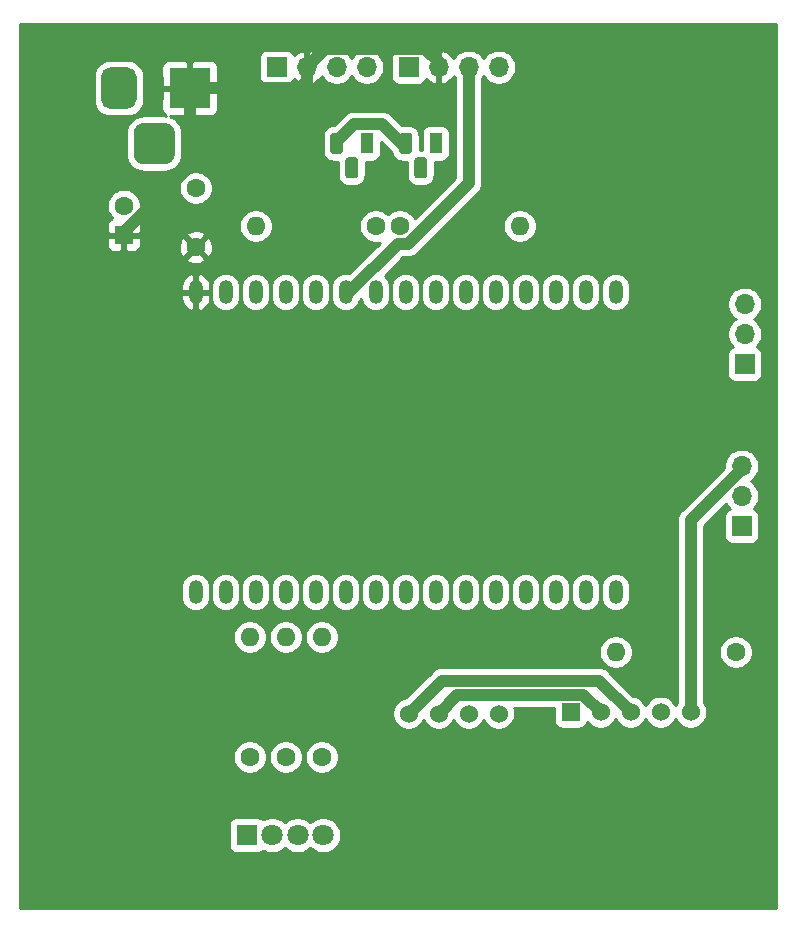
<source format=gbr>
%TF.GenerationSoftware,KiCad,Pcbnew,(5.1.9)-1*%
%TF.CreationDate,2021-07-15T08:49:35+03:00*%
%TF.ProjectId,SmartAirExchanger,536d6172-7441-4697-9245-786368616e67,rev?*%
%TF.SameCoordinates,PX6d01460PY68290a0*%
%TF.FileFunction,Copper,L1,Top*%
%TF.FilePolarity,Positive*%
%FSLAX46Y46*%
G04 Gerber Fmt 4.6, Leading zero omitted, Abs format (unit mm)*
G04 Created by KiCad (PCBNEW (5.1.9)-1) date 2021-07-15 08:49:35*
%MOMM*%
%LPD*%
G01*
G04 APERTURE LIST*
%TA.AperFunction,ComponentPad*%
%ADD10C,1.524000*%
%TD*%
%TA.AperFunction,ComponentPad*%
%ADD11C,1.600000*%
%TD*%
%TA.AperFunction,ComponentPad*%
%ADD12R,1.600000X1.600000*%
%TD*%
%TA.AperFunction,ComponentPad*%
%ADD13R,3.500000X3.500000*%
%TD*%
%TA.AperFunction,ComponentPad*%
%ADD14O,1.700000X1.700000*%
%TD*%
%TA.AperFunction,ComponentPad*%
%ADD15R,1.700000X1.700000*%
%TD*%
%TA.AperFunction,ComponentPad*%
%ADD16R,1.100000X1.800000*%
%TD*%
%TA.AperFunction,ComponentPad*%
%ADD17O,1.600000X1.600000*%
%TD*%
%TA.AperFunction,ComponentPad*%
%ADD18O,1.200000X2.000000*%
%TD*%
%TA.AperFunction,ComponentPad*%
%ADD19R,1.524000X1.524000*%
%TD*%
%TA.AperFunction,ComponentPad*%
%ADD20R,1.800000X1.800000*%
%TD*%
%TA.AperFunction,ComponentPad*%
%ADD21C,1.800000*%
%TD*%
%TA.AperFunction,Conductor*%
%ADD22C,1.000000*%
%TD*%
%TA.AperFunction,Conductor*%
%ADD23C,0.254000*%
%TD*%
%TA.AperFunction,Conductor*%
%ADD24C,0.100000*%
%TD*%
G04 APERTURE END LIST*
D10*
%TO.P,J2,4*%
%TO.N,/SCL*%
X33528000Y17152000D03*
%TO.P,J2,3*%
%TO.N,/SDA*%
X36068000Y17152000D03*
%TO.P,J2,2*%
%TO.N,GND*%
X38608000Y17152000D03*
%TO.P,J2,1*%
%TO.N,+3V3*%
X41148000Y17152000D03*
%TD*%
D11*
%TO.P,C1,1*%
%TO.N,+12V*%
X15494000Y56642000D03*
%TO.P,C1,2*%
%TO.N,GND*%
X15494000Y61642000D03*
%TD*%
D12*
%TO.P,C2,1*%
%TO.N,+12V*%
X9398000Y57658000D03*
D11*
%TO.P,C2,2*%
%TO.N,GND*%
X9398000Y60158000D03*
%TD*%
D13*
%TO.P,J1,1*%
%TO.N,+12V*%
X14986000Y70104000D03*
%TO.P,J1,2*%
%TO.N,GND*%
%TA.AperFunction,ComponentPad*%
G36*
G01*
X7486000Y69104000D02*
X7486000Y71104000D01*
G75*
G02*
X8236000Y71854000I750000J0D01*
G01*
X9736000Y71854000D01*
G75*
G02*
X10486000Y71104000I0J-750000D01*
G01*
X10486000Y69104000D01*
G75*
G02*
X9736000Y68354000I-750000J0D01*
G01*
X8236000Y68354000D01*
G75*
G02*
X7486000Y69104000I0J750000D01*
G01*
G37*
%TD.AperFunction*%
%TO.P,J1,3*%
%TO.N,Net-(J1-Pad3)*%
%TA.AperFunction,ComponentPad*%
G36*
G01*
X10236000Y64529000D02*
X10236000Y66279000D01*
G75*
G02*
X11111000Y67154000I875000J0D01*
G01*
X12861000Y67154000D01*
G75*
G02*
X13736000Y66279000I0J-875000D01*
G01*
X13736000Y64529000D01*
G75*
G02*
X12861000Y63654000I-875000J0D01*
G01*
X11111000Y63654000D01*
G75*
G02*
X10236000Y64529000I0J875000D01*
G01*
G37*
%TD.AperFunction*%
%TD*%
D14*
%TO.P,J3,3*%
%TO.N,GND*%
X61976000Y51816000D03*
%TO.P,J3,2*%
%TO.N,Net-(J3-Pad2)*%
X61976000Y49276000D03*
D15*
%TO.P,J3,1*%
%TO.N,+3V3*%
X61976000Y46736000D03*
%TD*%
%TO.P,J4,1*%
%TO.N,+3V3*%
X61722000Y33020000D03*
D14*
%TO.P,J4,2*%
%TO.N,Net-(J3-Pad2)*%
X61722000Y35560000D03*
%TO.P,J4,3*%
%TO.N,GND*%
X61722000Y38100000D03*
%TD*%
%TO.P,Q1,2*%
%TO.N,Net-(Q1-Pad2)*%
%TA.AperFunction,ComponentPad*%
G36*
G01*
X29252000Y63979000D02*
X29252000Y62729000D01*
G75*
G02*
X28977000Y62454000I-275000J0D01*
G01*
X28427000Y62454000D01*
G75*
G02*
X28152000Y62729000I0J275000D01*
G01*
X28152000Y63979000D01*
G75*
G02*
X28427000Y64254000I275000J0D01*
G01*
X28977000Y64254000D01*
G75*
G02*
X29252000Y63979000I0J-275000D01*
G01*
G37*
%TD.AperFunction*%
%TO.P,Q1,3*%
%TO.N,GND*%
%TA.AperFunction,ComponentPad*%
G36*
G01*
X27982000Y66049000D02*
X27982000Y64799000D01*
G75*
G02*
X27707000Y64524000I-275000J0D01*
G01*
X27157000Y64524000D01*
G75*
G02*
X26882000Y64799000I0J275000D01*
G01*
X26882000Y66049000D01*
G75*
G02*
X27157000Y66324000I275000J0D01*
G01*
X27707000Y66324000D01*
G75*
G02*
X27982000Y66049000I0J-275000D01*
G01*
G37*
%TD.AperFunction*%
D16*
%TO.P,Q1,1*%
%TO.N,Net-(J6-Pad4)*%
X29972000Y65424000D03*
%TD*%
%TO.P,Q2,1*%
%TO.N,Net-(J7-Pad4)*%
X35814000Y65424000D03*
%TO.P,Q2,3*%
%TO.N,GND*%
%TA.AperFunction,ComponentPad*%
G36*
G01*
X33824000Y66049000D02*
X33824000Y64799000D01*
G75*
G02*
X33549000Y64524000I-275000J0D01*
G01*
X32999000Y64524000D01*
G75*
G02*
X32724000Y64799000I0J275000D01*
G01*
X32724000Y66049000D01*
G75*
G02*
X32999000Y66324000I275000J0D01*
G01*
X33549000Y66324000D01*
G75*
G02*
X33824000Y66049000I0J-275000D01*
G01*
G37*
%TD.AperFunction*%
%TO.P,Q2,2*%
%TO.N,Net-(Q2-Pad2)*%
%TA.AperFunction,ComponentPad*%
G36*
G01*
X35094000Y63979000D02*
X35094000Y62729000D01*
G75*
G02*
X34819000Y62454000I-275000J0D01*
G01*
X34269000Y62454000D01*
G75*
G02*
X33994000Y62729000I0J275000D01*
G01*
X33994000Y63979000D01*
G75*
G02*
X34269000Y64254000I275000J0D01*
G01*
X34819000Y64254000D01*
G75*
G02*
X35094000Y63979000I0J-275000D01*
G01*
G37*
%TD.AperFunction*%
%TD*%
D11*
%TO.P,R1,1*%
%TO.N,Net-(Q1-Pad2)*%
X30734000Y58420000D03*
D17*
%TO.P,R1,2*%
%TO.N,Net-(R1-Pad2)*%
X20574000Y58420000D03*
%TD*%
%TO.P,R2,2*%
%TO.N,Net-(R2-Pad2)*%
X42926000Y58420000D03*
D11*
%TO.P,R2,1*%
%TO.N,Net-(Q2-Pad2)*%
X32766000Y58420000D03*
%TD*%
%TO.P,R3,1*%
%TO.N,+3V3*%
X61214000Y22352000D03*
D17*
%TO.P,R3,2*%
%TO.N,Net-(J3-Pad2)*%
X51054000Y22352000D03*
%TD*%
%TO.P,R4,2*%
%TO.N,Net-(R4-Pad2)*%
X20066000Y23622000D03*
D11*
%TO.P,R4,1*%
%TO.N,Net-(D1-Pad1)*%
X20066000Y13462000D03*
%TD*%
%TO.P,R5,1*%
%TO.N,Net-(D1-Pad3)*%
X23114000Y13462000D03*
D17*
%TO.P,R5,2*%
%TO.N,Net-(R5-Pad2)*%
X23114000Y23622000D03*
%TD*%
%TO.P,R6,2*%
%TO.N,Net-(R6-Pad2)*%
X26162000Y23622000D03*
D11*
%TO.P,R6,1*%
%TO.N,Net-(D1-Pad4)*%
X26162000Y13462000D03*
%TD*%
D18*
%TO.P,U1,5*%
%TO.N,Net-(R6-Pad2)*%
X25654000Y27432000D03*
%TO.P,U1,15*%
%TO.N,Net-(J3-Pad2)*%
X51054000Y27432000D03*
%TO.P,U1,16*%
%TO.N,Net-(U1-Pad16)*%
X51054000Y52832000D03*
%TO.P,U1,11*%
%TO.N,/SCL*%
X40894000Y27432000D03*
%TO.P,U1,4*%
%TO.N,Net-(R5-Pad2)*%
X23114000Y27432000D03*
%TO.P,U1,27*%
%TO.N,Net-(J6-Pad3)*%
X23114000Y52832000D03*
%TO.P,U1,3*%
%TO.N,Net-(R4-Pad2)*%
X20574000Y27432000D03*
%TO.P,U1,29*%
%TO.N,GND*%
X18034000Y52832000D03*
%TO.P,U1,24*%
%TO.N,Net-(U1-Pad24)*%
X30734000Y52832000D03*
%TO.P,U1,19*%
%TO.N,Net-(U1-Pad19)*%
X43434000Y52832000D03*
%TO.P,U1,6*%
%TO.N,Net-(U1-Pad6)*%
X28194000Y27432000D03*
%TO.P,U1,12*%
%TO.N,Net-(U1-Pad12)*%
X43434000Y27432000D03*
%TO.P,U1,2*%
%TO.N,GND*%
X18034000Y27432000D03*
%TO.P,U1,20*%
%TO.N,Net-(U1-Pad20)*%
X40894000Y52832000D03*
%TO.P,U1,9*%
%TO.N,Net-(U1-Pad9)*%
X35814000Y27432000D03*
%TO.P,U1,21*%
%TO.N,Net-(U1-Pad21)*%
X38354000Y52832000D03*
%TO.P,U1,10*%
%TO.N,Net-(U1-Pad10)*%
X38354000Y27432000D03*
%TO.P,U1,7*%
%TO.N,Net-(U1-Pad7)*%
X30734000Y27432000D03*
%TO.P,U1,17*%
%TO.N,Net-(U1-Pad17)*%
X48514000Y52832000D03*
%TO.P,U1,22*%
%TO.N,Net-(U1-Pad22)*%
X35814000Y52832000D03*
%TO.P,U1,18*%
%TO.N,Net-(U1-Pad18)*%
X45974000Y52832000D03*
%TO.P,U1,30*%
%TO.N,+12V*%
X15494000Y52832000D03*
%TO.P,U1,8*%
%TO.N,Net-(U1-Pad8)*%
X33274000Y27432000D03*
%TO.P,U1,25*%
%TO.N,Net-(J7-Pad3)*%
X28194000Y52832000D03*
%TO.P,U1,13*%
%TO.N,Net-(U1-Pad13)*%
X45974000Y27432000D03*
%TO.P,U1,23*%
%TO.N,Net-(U1-Pad23)*%
X33274000Y52832000D03*
%TO.P,U1,14*%
%TO.N,/SDA*%
X48514000Y27432000D03*
%TO.P,U1,26*%
%TO.N,Net-(R2-Pad2)*%
X25654000Y52832000D03*
%TO.P,U1,28*%
%TO.N,Net-(R1-Pad2)*%
X20574000Y52832000D03*
%TO.P,U1,1*%
%TO.N,+3V3*%
X15494000Y27432000D03*
%TD*%
D14*
%TO.P,J6,4*%
%TO.N,Net-(J6-Pad4)*%
X29972000Y71882000D03*
%TO.P,J6,3*%
%TO.N,Net-(J6-Pad3)*%
X27432000Y71882000D03*
%TO.P,J6,2*%
%TO.N,+12V*%
X24892000Y71882000D03*
D15*
%TO.P,J6,1*%
%TO.N,GND*%
X22352000Y71882000D03*
%TD*%
%TO.P,J7,1*%
%TO.N,GND*%
X33528000Y71882000D03*
D14*
%TO.P,J7,2*%
%TO.N,+12V*%
X36068000Y71882000D03*
%TO.P,J7,3*%
%TO.N,Net-(J7-Pad3)*%
X38608000Y71882000D03*
%TO.P,J7,4*%
%TO.N,Net-(J7-Pad4)*%
X41148000Y71882000D03*
%TD*%
D19*
%TO.P,J5,1*%
%TO.N,+3V3*%
X47244000Y17272000D03*
D10*
%TO.P,J5,2*%
%TO.N,/SDA*%
X49784000Y17272000D03*
%TO.P,J5,3*%
%TO.N,/SCL*%
X52324000Y17272000D03*
%TO.P,J5,4*%
%TO.N,Net-(J5-Pad4)*%
X54864000Y17272000D03*
%TO.P,J5,5*%
%TO.N,GND*%
X57404000Y17272000D03*
%TD*%
D20*
%TO.P,D1,1*%
%TO.N,Net-(D1-Pad1)*%
X19812000Y6858000D03*
D21*
%TO.P,D1,2*%
%TO.N,+3V3*%
X21971000Y6858000D03*
%TO.P,D1,3*%
%TO.N,Net-(D1-Pad3)*%
X24130000Y6858000D03*
%TO.P,D1,4*%
%TO.N,Net-(D1-Pad4)*%
X26289000Y6858000D03*
%TD*%
D22*
%TO.N,+12V*%
X24892000Y70679919D02*
X24892000Y71882000D01*
X24316081Y70104000D02*
X24892000Y70679919D01*
X14986000Y70104000D02*
X24316081Y70104000D01*
X36068000Y72302002D02*
X36068000Y71882000D01*
X26442001Y73432001D02*
X34938001Y73432001D01*
X34938001Y73432001D02*
X36068000Y72302002D01*
X24892000Y71882000D02*
X26442001Y73432001D01*
X14986000Y63525998D02*
X9398000Y57937998D01*
X9398000Y57937998D02*
X9398000Y57658000D01*
X14986000Y70104000D02*
X14986000Y63525998D01*
%TO.N,GND*%
X28861999Y67024001D02*
X31273999Y67024001D01*
X27432000Y65594002D02*
X28861999Y67024001D01*
X31273999Y67024001D02*
X33274000Y65024000D01*
X27432000Y65024000D02*
X27432000Y65594002D01*
X61722000Y37854002D02*
X61722000Y38100000D01*
X57404000Y33536002D02*
X61722000Y37854002D01*
X57404000Y17272000D02*
X57404000Y33536002D01*
%TO.N,/SDA*%
X37650001Y18734001D02*
X36068000Y17152000D01*
X48321999Y18734001D02*
X37650001Y18734001D01*
X49784000Y17272000D02*
X48321999Y18734001D01*
%TO.N,/SCL*%
X36310012Y19934012D02*
X33528000Y17152000D01*
X49661988Y19934012D02*
X36310012Y19934012D01*
X52324000Y17272000D02*
X49661988Y19934012D01*
%TO.N,Net-(J7-Pad3)*%
X33486001Y56919999D02*
X38608000Y62041998D01*
X32583508Y56919999D02*
X33486001Y56919999D01*
X38608000Y62041998D02*
X38608000Y71882000D01*
X28495509Y52832000D02*
X32583508Y56919999D01*
X28194000Y52832000D02*
X28495509Y52832000D01*
%TD*%
D23*
%TO.N,+12V*%
X64618000Y660000D02*
X660000Y660000D01*
X660000Y7758000D01*
X18273928Y7758000D01*
X18273928Y5958000D01*
X18286188Y5833518D01*
X18322498Y5713820D01*
X18381463Y5603506D01*
X18460815Y5506815D01*
X18557506Y5427463D01*
X18667820Y5368498D01*
X18787518Y5332188D01*
X18912000Y5319928D01*
X20712000Y5319928D01*
X20836482Y5332188D01*
X20956180Y5368498D01*
X21066494Y5427463D01*
X21163185Y5506815D01*
X21186942Y5535763D01*
X21243905Y5497701D01*
X21523257Y5381989D01*
X21819816Y5323000D01*
X22122184Y5323000D01*
X22418743Y5381989D01*
X22698095Y5497701D01*
X22949505Y5665688D01*
X23050500Y5766683D01*
X23151495Y5665688D01*
X23402905Y5497701D01*
X23682257Y5381989D01*
X23978816Y5323000D01*
X24281184Y5323000D01*
X24577743Y5381989D01*
X24857095Y5497701D01*
X25108505Y5665688D01*
X25209500Y5766683D01*
X25310495Y5665688D01*
X25561905Y5497701D01*
X25841257Y5381989D01*
X26137816Y5323000D01*
X26440184Y5323000D01*
X26736743Y5381989D01*
X27016095Y5497701D01*
X27267505Y5665688D01*
X27481312Y5879495D01*
X27649299Y6130905D01*
X27765011Y6410257D01*
X27824000Y6706816D01*
X27824000Y7009184D01*
X27765011Y7305743D01*
X27649299Y7585095D01*
X27481312Y7836505D01*
X27267505Y8050312D01*
X27016095Y8218299D01*
X26736743Y8334011D01*
X26440184Y8393000D01*
X26137816Y8393000D01*
X25841257Y8334011D01*
X25561905Y8218299D01*
X25310495Y8050312D01*
X25209500Y7949317D01*
X25108505Y8050312D01*
X24857095Y8218299D01*
X24577743Y8334011D01*
X24281184Y8393000D01*
X23978816Y8393000D01*
X23682257Y8334011D01*
X23402905Y8218299D01*
X23151495Y8050312D01*
X23050500Y7949317D01*
X22949505Y8050312D01*
X22698095Y8218299D01*
X22418743Y8334011D01*
X22122184Y8393000D01*
X21819816Y8393000D01*
X21523257Y8334011D01*
X21243905Y8218299D01*
X21186942Y8180237D01*
X21163185Y8209185D01*
X21066494Y8288537D01*
X20956180Y8347502D01*
X20836482Y8383812D01*
X20712000Y8396072D01*
X18912000Y8396072D01*
X18787518Y8383812D01*
X18667820Y8347502D01*
X18557506Y8288537D01*
X18460815Y8209185D01*
X18381463Y8112494D01*
X18322498Y8002180D01*
X18286188Y7882482D01*
X18273928Y7758000D01*
X660000Y7758000D01*
X660000Y13603335D01*
X18631000Y13603335D01*
X18631000Y13320665D01*
X18686147Y13043426D01*
X18794320Y12782273D01*
X18951363Y12547241D01*
X19151241Y12347363D01*
X19386273Y12190320D01*
X19647426Y12082147D01*
X19924665Y12027000D01*
X20207335Y12027000D01*
X20484574Y12082147D01*
X20745727Y12190320D01*
X20980759Y12347363D01*
X21180637Y12547241D01*
X21337680Y12782273D01*
X21445853Y13043426D01*
X21501000Y13320665D01*
X21501000Y13603335D01*
X21679000Y13603335D01*
X21679000Y13320665D01*
X21734147Y13043426D01*
X21842320Y12782273D01*
X21999363Y12547241D01*
X22199241Y12347363D01*
X22434273Y12190320D01*
X22695426Y12082147D01*
X22972665Y12027000D01*
X23255335Y12027000D01*
X23532574Y12082147D01*
X23793727Y12190320D01*
X24028759Y12347363D01*
X24228637Y12547241D01*
X24385680Y12782273D01*
X24493853Y13043426D01*
X24549000Y13320665D01*
X24549000Y13603335D01*
X24727000Y13603335D01*
X24727000Y13320665D01*
X24782147Y13043426D01*
X24890320Y12782273D01*
X25047363Y12547241D01*
X25247241Y12347363D01*
X25482273Y12190320D01*
X25743426Y12082147D01*
X26020665Y12027000D01*
X26303335Y12027000D01*
X26580574Y12082147D01*
X26841727Y12190320D01*
X27076759Y12347363D01*
X27276637Y12547241D01*
X27433680Y12782273D01*
X27541853Y13043426D01*
X27597000Y13320665D01*
X27597000Y13603335D01*
X27541853Y13880574D01*
X27433680Y14141727D01*
X27276637Y14376759D01*
X27076759Y14576637D01*
X26841727Y14733680D01*
X26580574Y14841853D01*
X26303335Y14897000D01*
X26020665Y14897000D01*
X25743426Y14841853D01*
X25482273Y14733680D01*
X25247241Y14576637D01*
X25047363Y14376759D01*
X24890320Y14141727D01*
X24782147Y13880574D01*
X24727000Y13603335D01*
X24549000Y13603335D01*
X24493853Y13880574D01*
X24385680Y14141727D01*
X24228637Y14376759D01*
X24028759Y14576637D01*
X23793727Y14733680D01*
X23532574Y14841853D01*
X23255335Y14897000D01*
X22972665Y14897000D01*
X22695426Y14841853D01*
X22434273Y14733680D01*
X22199241Y14576637D01*
X21999363Y14376759D01*
X21842320Y14141727D01*
X21734147Y13880574D01*
X21679000Y13603335D01*
X21501000Y13603335D01*
X21445853Y13880574D01*
X21337680Y14141727D01*
X21180637Y14376759D01*
X20980759Y14576637D01*
X20745727Y14733680D01*
X20484574Y14841853D01*
X20207335Y14897000D01*
X19924665Y14897000D01*
X19647426Y14841853D01*
X19386273Y14733680D01*
X19151241Y14576637D01*
X18951363Y14376759D01*
X18794320Y14141727D01*
X18686147Y13880574D01*
X18631000Y13603335D01*
X660000Y13603335D01*
X660000Y17289592D01*
X32131000Y17289592D01*
X32131000Y17014408D01*
X32184686Y16744510D01*
X32289995Y16490273D01*
X32442880Y16261465D01*
X32637465Y16066880D01*
X32866273Y15913995D01*
X33120510Y15808686D01*
X33390408Y15755000D01*
X33665592Y15755000D01*
X33935490Y15808686D01*
X34189727Y15913995D01*
X34418535Y16066880D01*
X34613120Y16261465D01*
X34766005Y16490273D01*
X34798000Y16567515D01*
X34829995Y16490273D01*
X34982880Y16261465D01*
X35177465Y16066880D01*
X35406273Y15913995D01*
X35660510Y15808686D01*
X35930408Y15755000D01*
X36205592Y15755000D01*
X36475490Y15808686D01*
X36729727Y15913995D01*
X36958535Y16066880D01*
X37153120Y16261465D01*
X37306005Y16490273D01*
X37338000Y16567515D01*
X37369995Y16490273D01*
X37522880Y16261465D01*
X37717465Y16066880D01*
X37946273Y15913995D01*
X38200510Y15808686D01*
X38470408Y15755000D01*
X38745592Y15755000D01*
X39015490Y15808686D01*
X39269727Y15913995D01*
X39498535Y16066880D01*
X39693120Y16261465D01*
X39846005Y16490273D01*
X39878000Y16567515D01*
X39909995Y16490273D01*
X40062880Y16261465D01*
X40257465Y16066880D01*
X40486273Y15913995D01*
X40740510Y15808686D01*
X41010408Y15755000D01*
X41285592Y15755000D01*
X41555490Y15808686D01*
X41809727Y15913995D01*
X42038535Y16066880D01*
X42233120Y16261465D01*
X42386005Y16490273D01*
X42491314Y16744510D01*
X42545000Y17014408D01*
X42545000Y17289592D01*
X42491314Y17559490D01*
X42474948Y17599001D01*
X45843928Y17599001D01*
X45843928Y16510000D01*
X45856188Y16385518D01*
X45892498Y16265820D01*
X45951463Y16155506D01*
X46030815Y16058815D01*
X46127506Y15979463D01*
X46237820Y15920498D01*
X46357518Y15884188D01*
X46482000Y15871928D01*
X48006000Y15871928D01*
X48130482Y15884188D01*
X48250180Y15920498D01*
X48360494Y15979463D01*
X48457185Y16058815D01*
X48536537Y16155506D01*
X48595502Y16265820D01*
X48631812Y16385518D01*
X48640080Y16469465D01*
X48698880Y16381465D01*
X48893465Y16186880D01*
X49122273Y16033995D01*
X49376510Y15928686D01*
X49646408Y15875000D01*
X49921592Y15875000D01*
X50191490Y15928686D01*
X50445727Y16033995D01*
X50674535Y16186880D01*
X50869120Y16381465D01*
X51022005Y16610273D01*
X51054000Y16687515D01*
X51085995Y16610273D01*
X51238880Y16381465D01*
X51433465Y16186880D01*
X51662273Y16033995D01*
X51916510Y15928686D01*
X52186408Y15875000D01*
X52461592Y15875000D01*
X52731490Y15928686D01*
X52985727Y16033995D01*
X53214535Y16186880D01*
X53409120Y16381465D01*
X53562005Y16610273D01*
X53594000Y16687515D01*
X53625995Y16610273D01*
X53778880Y16381465D01*
X53973465Y16186880D01*
X54202273Y16033995D01*
X54456510Y15928686D01*
X54726408Y15875000D01*
X55001592Y15875000D01*
X55271490Y15928686D01*
X55525727Y16033995D01*
X55754535Y16186880D01*
X55949120Y16381465D01*
X56102005Y16610273D01*
X56134000Y16687515D01*
X56165995Y16610273D01*
X56318880Y16381465D01*
X56513465Y16186880D01*
X56742273Y16033995D01*
X56996510Y15928686D01*
X57266408Y15875000D01*
X57541592Y15875000D01*
X57811490Y15928686D01*
X58065727Y16033995D01*
X58294535Y16186880D01*
X58489120Y16381465D01*
X58642005Y16610273D01*
X58747314Y16864510D01*
X58801000Y17134408D01*
X58801000Y17409592D01*
X58747314Y17679490D01*
X58642005Y17933727D01*
X58539000Y18087884D01*
X58539000Y22493335D01*
X59779000Y22493335D01*
X59779000Y22210665D01*
X59834147Y21933426D01*
X59942320Y21672273D01*
X60099363Y21437241D01*
X60299241Y21237363D01*
X60534273Y21080320D01*
X60795426Y20972147D01*
X61072665Y20917000D01*
X61355335Y20917000D01*
X61632574Y20972147D01*
X61893727Y21080320D01*
X62128759Y21237363D01*
X62328637Y21437241D01*
X62485680Y21672273D01*
X62593853Y21933426D01*
X62649000Y22210665D01*
X62649000Y22493335D01*
X62593853Y22770574D01*
X62485680Y23031727D01*
X62328637Y23266759D01*
X62128759Y23466637D01*
X61893727Y23623680D01*
X61632574Y23731853D01*
X61355335Y23787000D01*
X61072665Y23787000D01*
X60795426Y23731853D01*
X60534273Y23623680D01*
X60299241Y23466637D01*
X60099363Y23266759D01*
X59942320Y23031727D01*
X59834147Y22770574D01*
X59779000Y22493335D01*
X58539000Y22493335D01*
X58539000Y33065871D01*
X60383665Y34910535D01*
X60406010Y34856589D01*
X60568525Y34613368D01*
X60700380Y34481513D01*
X60627820Y34459502D01*
X60517506Y34400537D01*
X60420815Y34321185D01*
X60341463Y34224494D01*
X60282498Y34114180D01*
X60246188Y33994482D01*
X60233928Y33870000D01*
X60233928Y32170000D01*
X60246188Y32045518D01*
X60282498Y31925820D01*
X60341463Y31815506D01*
X60420815Y31718815D01*
X60517506Y31639463D01*
X60627820Y31580498D01*
X60747518Y31544188D01*
X60872000Y31531928D01*
X62572000Y31531928D01*
X62696482Y31544188D01*
X62816180Y31580498D01*
X62926494Y31639463D01*
X63023185Y31718815D01*
X63102537Y31815506D01*
X63161502Y31925820D01*
X63197812Y32045518D01*
X63210072Y32170000D01*
X63210072Y33870000D01*
X63197812Y33994482D01*
X63161502Y34114180D01*
X63102537Y34224494D01*
X63023185Y34321185D01*
X62926494Y34400537D01*
X62816180Y34459502D01*
X62743620Y34481513D01*
X62875475Y34613368D01*
X63037990Y34856589D01*
X63149932Y35126842D01*
X63207000Y35413740D01*
X63207000Y35706260D01*
X63149932Y35993158D01*
X63037990Y36263411D01*
X62875475Y36506632D01*
X62668632Y36713475D01*
X62494240Y36830000D01*
X62668632Y36946525D01*
X62875475Y37153368D01*
X63037990Y37396589D01*
X63149932Y37666842D01*
X63207000Y37953740D01*
X63207000Y38246260D01*
X63149932Y38533158D01*
X63037990Y38803411D01*
X62875475Y39046632D01*
X62668632Y39253475D01*
X62425411Y39415990D01*
X62155158Y39527932D01*
X61868260Y39585000D01*
X61575740Y39585000D01*
X61288842Y39527932D01*
X61018589Y39415990D01*
X60775368Y39253475D01*
X60568525Y39046632D01*
X60406010Y38803411D01*
X60294068Y38533158D01*
X60237000Y38246260D01*
X60237000Y37974134D01*
X56640860Y34377993D01*
X56597552Y34342451D01*
X56455717Y34169625D01*
X56435643Y34132068D01*
X56350324Y33972448D01*
X56285423Y33758500D01*
X56263509Y33536002D01*
X56269001Y33480241D01*
X56269000Y18087885D01*
X56165995Y17933727D01*
X56134000Y17856485D01*
X56102005Y17933727D01*
X55949120Y18162535D01*
X55754535Y18357120D01*
X55525727Y18510005D01*
X55271490Y18615314D01*
X55001592Y18669000D01*
X54726408Y18669000D01*
X54456510Y18615314D01*
X54202273Y18510005D01*
X53973465Y18357120D01*
X53778880Y18162535D01*
X53625995Y17933727D01*
X53594000Y17856485D01*
X53562005Y17933727D01*
X53409120Y18162535D01*
X53214535Y18357120D01*
X52985727Y18510005D01*
X52731490Y18615314D01*
X52549647Y18651485D01*
X50503984Y20697147D01*
X50468437Y20740461D01*
X50295611Y20882296D01*
X50098435Y20987688D01*
X49884487Y21052589D01*
X49717740Y21069012D01*
X49717739Y21069012D01*
X49661988Y21074503D01*
X49606237Y21069012D01*
X36365763Y21069012D01*
X36310011Y21074503D01*
X36254260Y21069012D01*
X36087513Y21052589D01*
X35873565Y20987688D01*
X35676389Y20882296D01*
X35503563Y20740461D01*
X35468021Y20697153D01*
X33302354Y18531485D01*
X33120510Y18495314D01*
X32866273Y18390005D01*
X32637465Y18237120D01*
X32442880Y18042535D01*
X32289995Y17813727D01*
X32184686Y17559490D01*
X32131000Y17289592D01*
X660000Y17289592D01*
X660000Y23763335D01*
X18631000Y23763335D01*
X18631000Y23480665D01*
X18686147Y23203426D01*
X18794320Y22942273D01*
X18951363Y22707241D01*
X19151241Y22507363D01*
X19386273Y22350320D01*
X19647426Y22242147D01*
X19924665Y22187000D01*
X20207335Y22187000D01*
X20484574Y22242147D01*
X20745727Y22350320D01*
X20980759Y22507363D01*
X21180637Y22707241D01*
X21337680Y22942273D01*
X21445853Y23203426D01*
X21501000Y23480665D01*
X21501000Y23763335D01*
X21679000Y23763335D01*
X21679000Y23480665D01*
X21734147Y23203426D01*
X21842320Y22942273D01*
X21999363Y22707241D01*
X22199241Y22507363D01*
X22434273Y22350320D01*
X22695426Y22242147D01*
X22972665Y22187000D01*
X23255335Y22187000D01*
X23532574Y22242147D01*
X23793727Y22350320D01*
X24028759Y22507363D01*
X24228637Y22707241D01*
X24385680Y22942273D01*
X24493853Y23203426D01*
X24549000Y23480665D01*
X24549000Y23763335D01*
X24727000Y23763335D01*
X24727000Y23480665D01*
X24782147Y23203426D01*
X24890320Y22942273D01*
X25047363Y22707241D01*
X25247241Y22507363D01*
X25482273Y22350320D01*
X25743426Y22242147D01*
X26020665Y22187000D01*
X26303335Y22187000D01*
X26580574Y22242147D01*
X26841727Y22350320D01*
X27055764Y22493335D01*
X49619000Y22493335D01*
X49619000Y22210665D01*
X49674147Y21933426D01*
X49782320Y21672273D01*
X49939363Y21437241D01*
X50139241Y21237363D01*
X50374273Y21080320D01*
X50635426Y20972147D01*
X50912665Y20917000D01*
X51195335Y20917000D01*
X51472574Y20972147D01*
X51733727Y21080320D01*
X51968759Y21237363D01*
X52168637Y21437241D01*
X52325680Y21672273D01*
X52433853Y21933426D01*
X52489000Y22210665D01*
X52489000Y22493335D01*
X52433853Y22770574D01*
X52325680Y23031727D01*
X52168637Y23266759D01*
X51968759Y23466637D01*
X51733727Y23623680D01*
X51472574Y23731853D01*
X51195335Y23787000D01*
X50912665Y23787000D01*
X50635426Y23731853D01*
X50374273Y23623680D01*
X50139241Y23466637D01*
X49939363Y23266759D01*
X49782320Y23031727D01*
X49674147Y22770574D01*
X49619000Y22493335D01*
X27055764Y22493335D01*
X27076759Y22507363D01*
X27276637Y22707241D01*
X27433680Y22942273D01*
X27541853Y23203426D01*
X27597000Y23480665D01*
X27597000Y23763335D01*
X27541853Y24040574D01*
X27433680Y24301727D01*
X27276637Y24536759D01*
X27076759Y24736637D01*
X26841727Y24893680D01*
X26580574Y25001853D01*
X26303335Y25057000D01*
X26020665Y25057000D01*
X25743426Y25001853D01*
X25482273Y24893680D01*
X25247241Y24736637D01*
X25047363Y24536759D01*
X24890320Y24301727D01*
X24782147Y24040574D01*
X24727000Y23763335D01*
X24549000Y23763335D01*
X24493853Y24040574D01*
X24385680Y24301727D01*
X24228637Y24536759D01*
X24028759Y24736637D01*
X23793727Y24893680D01*
X23532574Y25001853D01*
X23255335Y25057000D01*
X22972665Y25057000D01*
X22695426Y25001853D01*
X22434273Y24893680D01*
X22199241Y24736637D01*
X21999363Y24536759D01*
X21842320Y24301727D01*
X21734147Y24040574D01*
X21679000Y23763335D01*
X21501000Y23763335D01*
X21445853Y24040574D01*
X21337680Y24301727D01*
X21180637Y24536759D01*
X20980759Y24736637D01*
X20745727Y24893680D01*
X20484574Y25001853D01*
X20207335Y25057000D01*
X19924665Y25057000D01*
X19647426Y25001853D01*
X19386273Y24893680D01*
X19151241Y24736637D01*
X18951363Y24536759D01*
X18794320Y24301727D01*
X18686147Y24040574D01*
X18631000Y23763335D01*
X660000Y23763335D01*
X660000Y27892664D01*
X14259000Y27892664D01*
X14259000Y26971335D01*
X14276870Y26789898D01*
X14347489Y26557099D01*
X14462168Y26342551D01*
X14616499Y26154498D01*
X14804552Y26000167D01*
X15019100Y25885489D01*
X15251899Y25814870D01*
X15494000Y25791025D01*
X15736102Y25814870D01*
X15968901Y25885489D01*
X16183449Y26000167D01*
X16371502Y26154498D01*
X16525833Y26342551D01*
X16640511Y26557099D01*
X16711130Y26789899D01*
X16729000Y26971336D01*
X16729000Y27892664D01*
X16799000Y27892664D01*
X16799000Y26971335D01*
X16816870Y26789898D01*
X16887489Y26557099D01*
X17002168Y26342551D01*
X17156499Y26154498D01*
X17344552Y26000167D01*
X17559100Y25885489D01*
X17791899Y25814870D01*
X18034000Y25791025D01*
X18276102Y25814870D01*
X18508901Y25885489D01*
X18723449Y26000167D01*
X18911502Y26154498D01*
X19065833Y26342551D01*
X19180511Y26557099D01*
X19251130Y26789899D01*
X19269000Y26971336D01*
X19269000Y27892664D01*
X19339000Y27892664D01*
X19339000Y26971335D01*
X19356870Y26789898D01*
X19427489Y26557099D01*
X19542168Y26342551D01*
X19696499Y26154498D01*
X19884552Y26000167D01*
X20099100Y25885489D01*
X20331899Y25814870D01*
X20574000Y25791025D01*
X20816102Y25814870D01*
X21048901Y25885489D01*
X21263449Y26000167D01*
X21451502Y26154498D01*
X21605833Y26342551D01*
X21720511Y26557099D01*
X21791130Y26789899D01*
X21809000Y26971336D01*
X21809000Y27892664D01*
X21879000Y27892664D01*
X21879000Y26971335D01*
X21896870Y26789898D01*
X21967489Y26557099D01*
X22082168Y26342551D01*
X22236499Y26154498D01*
X22424552Y26000167D01*
X22639100Y25885489D01*
X22871899Y25814870D01*
X23114000Y25791025D01*
X23356102Y25814870D01*
X23588901Y25885489D01*
X23803449Y26000167D01*
X23991502Y26154498D01*
X24145833Y26342551D01*
X24260511Y26557099D01*
X24331130Y26789899D01*
X24349000Y26971336D01*
X24349000Y27892664D01*
X24419000Y27892664D01*
X24419000Y26971335D01*
X24436870Y26789898D01*
X24507489Y26557099D01*
X24622168Y26342551D01*
X24776499Y26154498D01*
X24964552Y26000167D01*
X25179100Y25885489D01*
X25411899Y25814870D01*
X25654000Y25791025D01*
X25896102Y25814870D01*
X26128901Y25885489D01*
X26343449Y26000167D01*
X26531502Y26154498D01*
X26685833Y26342551D01*
X26800511Y26557099D01*
X26871130Y26789899D01*
X26889000Y26971336D01*
X26889000Y27892664D01*
X26959000Y27892664D01*
X26959000Y26971335D01*
X26976870Y26789898D01*
X27047489Y26557099D01*
X27162168Y26342551D01*
X27316499Y26154498D01*
X27504552Y26000167D01*
X27719100Y25885489D01*
X27951899Y25814870D01*
X28194000Y25791025D01*
X28436102Y25814870D01*
X28668901Y25885489D01*
X28883449Y26000167D01*
X29071502Y26154498D01*
X29225833Y26342551D01*
X29340511Y26557099D01*
X29411130Y26789899D01*
X29429000Y26971336D01*
X29429000Y27892664D01*
X29499000Y27892664D01*
X29499000Y26971335D01*
X29516870Y26789898D01*
X29587489Y26557099D01*
X29702168Y26342551D01*
X29856499Y26154498D01*
X30044552Y26000167D01*
X30259100Y25885489D01*
X30491899Y25814870D01*
X30734000Y25791025D01*
X30976102Y25814870D01*
X31208901Y25885489D01*
X31423449Y26000167D01*
X31611502Y26154498D01*
X31765833Y26342551D01*
X31880511Y26557099D01*
X31951130Y26789899D01*
X31969000Y26971336D01*
X31969000Y27892664D01*
X32039000Y27892664D01*
X32039000Y26971335D01*
X32056870Y26789898D01*
X32127489Y26557099D01*
X32242168Y26342551D01*
X32396499Y26154498D01*
X32584552Y26000167D01*
X32799100Y25885489D01*
X33031899Y25814870D01*
X33274000Y25791025D01*
X33516102Y25814870D01*
X33748901Y25885489D01*
X33963449Y26000167D01*
X34151502Y26154498D01*
X34305833Y26342551D01*
X34420511Y26557099D01*
X34491130Y26789899D01*
X34509000Y26971336D01*
X34509000Y27892664D01*
X34579000Y27892664D01*
X34579000Y26971335D01*
X34596870Y26789898D01*
X34667489Y26557099D01*
X34782168Y26342551D01*
X34936499Y26154498D01*
X35124552Y26000167D01*
X35339100Y25885489D01*
X35571899Y25814870D01*
X35814000Y25791025D01*
X36056102Y25814870D01*
X36288901Y25885489D01*
X36503449Y26000167D01*
X36691502Y26154498D01*
X36845833Y26342551D01*
X36960511Y26557099D01*
X37031130Y26789899D01*
X37049000Y26971336D01*
X37049000Y27892664D01*
X37119000Y27892664D01*
X37119000Y26971335D01*
X37136870Y26789898D01*
X37207489Y26557099D01*
X37322168Y26342551D01*
X37476499Y26154498D01*
X37664552Y26000167D01*
X37879100Y25885489D01*
X38111899Y25814870D01*
X38354000Y25791025D01*
X38596102Y25814870D01*
X38828901Y25885489D01*
X39043449Y26000167D01*
X39231502Y26154498D01*
X39385833Y26342551D01*
X39500511Y26557099D01*
X39571130Y26789899D01*
X39589000Y26971336D01*
X39589000Y27892664D01*
X39659000Y27892664D01*
X39659000Y26971335D01*
X39676870Y26789898D01*
X39747489Y26557099D01*
X39862168Y26342551D01*
X40016499Y26154498D01*
X40204552Y26000167D01*
X40419100Y25885489D01*
X40651899Y25814870D01*
X40894000Y25791025D01*
X41136102Y25814870D01*
X41368901Y25885489D01*
X41583449Y26000167D01*
X41771502Y26154498D01*
X41925833Y26342551D01*
X42040511Y26557099D01*
X42111130Y26789899D01*
X42129000Y26971336D01*
X42129000Y27892664D01*
X42199000Y27892664D01*
X42199000Y26971335D01*
X42216870Y26789898D01*
X42287489Y26557099D01*
X42402168Y26342551D01*
X42556499Y26154498D01*
X42744552Y26000167D01*
X42959100Y25885489D01*
X43191899Y25814870D01*
X43434000Y25791025D01*
X43676102Y25814870D01*
X43908901Y25885489D01*
X44123449Y26000167D01*
X44311502Y26154498D01*
X44465833Y26342551D01*
X44580511Y26557099D01*
X44651130Y26789899D01*
X44669000Y26971336D01*
X44669000Y27892664D01*
X44739000Y27892664D01*
X44739000Y26971335D01*
X44756870Y26789898D01*
X44827489Y26557099D01*
X44942168Y26342551D01*
X45096499Y26154498D01*
X45284552Y26000167D01*
X45499100Y25885489D01*
X45731899Y25814870D01*
X45974000Y25791025D01*
X46216102Y25814870D01*
X46448901Y25885489D01*
X46663449Y26000167D01*
X46851502Y26154498D01*
X47005833Y26342551D01*
X47120511Y26557099D01*
X47191130Y26789899D01*
X47209000Y26971336D01*
X47209000Y27892664D01*
X47279000Y27892664D01*
X47279000Y26971335D01*
X47296870Y26789898D01*
X47367489Y26557099D01*
X47482168Y26342551D01*
X47636499Y26154498D01*
X47824552Y26000167D01*
X48039100Y25885489D01*
X48271899Y25814870D01*
X48514000Y25791025D01*
X48756102Y25814870D01*
X48988901Y25885489D01*
X49203449Y26000167D01*
X49391502Y26154498D01*
X49545833Y26342551D01*
X49660511Y26557099D01*
X49731130Y26789899D01*
X49749000Y26971336D01*
X49749000Y27892664D01*
X49819000Y27892664D01*
X49819000Y26971335D01*
X49836870Y26789898D01*
X49907489Y26557099D01*
X50022168Y26342551D01*
X50176499Y26154498D01*
X50364552Y26000167D01*
X50579100Y25885489D01*
X50811899Y25814870D01*
X51054000Y25791025D01*
X51296102Y25814870D01*
X51528901Y25885489D01*
X51743449Y26000167D01*
X51931502Y26154498D01*
X52085833Y26342551D01*
X52200511Y26557099D01*
X52271130Y26789899D01*
X52289000Y26971336D01*
X52289000Y27892665D01*
X52271130Y28074102D01*
X52200511Y28306901D01*
X52085833Y28521449D01*
X51931502Y28709502D01*
X51743448Y28863833D01*
X51528900Y28978511D01*
X51296101Y29049130D01*
X51054000Y29072975D01*
X50811898Y29049130D01*
X50579099Y28978511D01*
X50364551Y28863833D01*
X50176498Y28709502D01*
X50022167Y28521448D01*
X49907489Y28306900D01*
X49836870Y28074101D01*
X49819000Y27892664D01*
X49749000Y27892664D01*
X49749000Y27892665D01*
X49731130Y28074102D01*
X49660511Y28306901D01*
X49545833Y28521449D01*
X49391502Y28709502D01*
X49203448Y28863833D01*
X48988900Y28978511D01*
X48756101Y29049130D01*
X48514000Y29072975D01*
X48271898Y29049130D01*
X48039099Y28978511D01*
X47824551Y28863833D01*
X47636498Y28709502D01*
X47482167Y28521448D01*
X47367489Y28306900D01*
X47296870Y28074101D01*
X47279000Y27892664D01*
X47209000Y27892664D01*
X47209000Y27892665D01*
X47191130Y28074102D01*
X47120511Y28306901D01*
X47005833Y28521449D01*
X46851502Y28709502D01*
X46663448Y28863833D01*
X46448900Y28978511D01*
X46216101Y29049130D01*
X45974000Y29072975D01*
X45731898Y29049130D01*
X45499099Y28978511D01*
X45284551Y28863833D01*
X45096498Y28709502D01*
X44942167Y28521448D01*
X44827489Y28306900D01*
X44756870Y28074101D01*
X44739000Y27892664D01*
X44669000Y27892664D01*
X44669000Y27892665D01*
X44651130Y28074102D01*
X44580511Y28306901D01*
X44465833Y28521449D01*
X44311502Y28709502D01*
X44123448Y28863833D01*
X43908900Y28978511D01*
X43676101Y29049130D01*
X43434000Y29072975D01*
X43191898Y29049130D01*
X42959099Y28978511D01*
X42744551Y28863833D01*
X42556498Y28709502D01*
X42402167Y28521448D01*
X42287489Y28306900D01*
X42216870Y28074101D01*
X42199000Y27892664D01*
X42129000Y27892664D01*
X42129000Y27892665D01*
X42111130Y28074102D01*
X42040511Y28306901D01*
X41925833Y28521449D01*
X41771502Y28709502D01*
X41583448Y28863833D01*
X41368900Y28978511D01*
X41136101Y29049130D01*
X40894000Y29072975D01*
X40651898Y29049130D01*
X40419099Y28978511D01*
X40204551Y28863833D01*
X40016498Y28709502D01*
X39862167Y28521448D01*
X39747489Y28306900D01*
X39676870Y28074101D01*
X39659000Y27892664D01*
X39589000Y27892664D01*
X39589000Y27892665D01*
X39571130Y28074102D01*
X39500511Y28306901D01*
X39385833Y28521449D01*
X39231502Y28709502D01*
X39043448Y28863833D01*
X38828900Y28978511D01*
X38596101Y29049130D01*
X38354000Y29072975D01*
X38111898Y29049130D01*
X37879099Y28978511D01*
X37664551Y28863833D01*
X37476498Y28709502D01*
X37322167Y28521448D01*
X37207489Y28306900D01*
X37136870Y28074101D01*
X37119000Y27892664D01*
X37049000Y27892664D01*
X37049000Y27892665D01*
X37031130Y28074102D01*
X36960511Y28306901D01*
X36845833Y28521449D01*
X36691502Y28709502D01*
X36503448Y28863833D01*
X36288900Y28978511D01*
X36056101Y29049130D01*
X35814000Y29072975D01*
X35571898Y29049130D01*
X35339099Y28978511D01*
X35124551Y28863833D01*
X34936498Y28709502D01*
X34782167Y28521448D01*
X34667489Y28306900D01*
X34596870Y28074101D01*
X34579000Y27892664D01*
X34509000Y27892664D01*
X34509000Y27892665D01*
X34491130Y28074102D01*
X34420511Y28306901D01*
X34305833Y28521449D01*
X34151502Y28709502D01*
X33963448Y28863833D01*
X33748900Y28978511D01*
X33516101Y29049130D01*
X33274000Y29072975D01*
X33031898Y29049130D01*
X32799099Y28978511D01*
X32584551Y28863833D01*
X32396498Y28709502D01*
X32242167Y28521448D01*
X32127489Y28306900D01*
X32056870Y28074101D01*
X32039000Y27892664D01*
X31969000Y27892664D01*
X31969000Y27892665D01*
X31951130Y28074102D01*
X31880511Y28306901D01*
X31765833Y28521449D01*
X31611502Y28709502D01*
X31423448Y28863833D01*
X31208900Y28978511D01*
X30976101Y29049130D01*
X30734000Y29072975D01*
X30491898Y29049130D01*
X30259099Y28978511D01*
X30044551Y28863833D01*
X29856498Y28709502D01*
X29702167Y28521448D01*
X29587489Y28306900D01*
X29516870Y28074101D01*
X29499000Y27892664D01*
X29429000Y27892664D01*
X29429000Y27892665D01*
X29411130Y28074102D01*
X29340511Y28306901D01*
X29225833Y28521449D01*
X29071502Y28709502D01*
X28883448Y28863833D01*
X28668900Y28978511D01*
X28436101Y29049130D01*
X28194000Y29072975D01*
X27951898Y29049130D01*
X27719099Y28978511D01*
X27504551Y28863833D01*
X27316498Y28709502D01*
X27162167Y28521448D01*
X27047489Y28306900D01*
X26976870Y28074101D01*
X26959000Y27892664D01*
X26889000Y27892664D01*
X26889000Y27892665D01*
X26871130Y28074102D01*
X26800511Y28306901D01*
X26685833Y28521449D01*
X26531502Y28709502D01*
X26343448Y28863833D01*
X26128900Y28978511D01*
X25896101Y29049130D01*
X25654000Y29072975D01*
X25411898Y29049130D01*
X25179099Y28978511D01*
X24964551Y28863833D01*
X24776498Y28709502D01*
X24622167Y28521448D01*
X24507489Y28306900D01*
X24436870Y28074101D01*
X24419000Y27892664D01*
X24349000Y27892664D01*
X24349000Y27892665D01*
X24331130Y28074102D01*
X24260511Y28306901D01*
X24145833Y28521449D01*
X23991502Y28709502D01*
X23803448Y28863833D01*
X23588900Y28978511D01*
X23356101Y29049130D01*
X23114000Y29072975D01*
X22871898Y29049130D01*
X22639099Y28978511D01*
X22424551Y28863833D01*
X22236498Y28709502D01*
X22082167Y28521448D01*
X21967489Y28306900D01*
X21896870Y28074101D01*
X21879000Y27892664D01*
X21809000Y27892664D01*
X21809000Y27892665D01*
X21791130Y28074102D01*
X21720511Y28306901D01*
X21605833Y28521449D01*
X21451502Y28709502D01*
X21263448Y28863833D01*
X21048900Y28978511D01*
X20816101Y29049130D01*
X20574000Y29072975D01*
X20331898Y29049130D01*
X20099099Y28978511D01*
X19884551Y28863833D01*
X19696498Y28709502D01*
X19542167Y28521448D01*
X19427489Y28306900D01*
X19356870Y28074101D01*
X19339000Y27892664D01*
X19269000Y27892664D01*
X19269000Y27892665D01*
X19251130Y28074102D01*
X19180511Y28306901D01*
X19065833Y28521449D01*
X18911502Y28709502D01*
X18723448Y28863833D01*
X18508900Y28978511D01*
X18276101Y29049130D01*
X18034000Y29072975D01*
X17791898Y29049130D01*
X17559099Y28978511D01*
X17344551Y28863833D01*
X17156498Y28709502D01*
X17002167Y28521448D01*
X16887489Y28306900D01*
X16816870Y28074101D01*
X16799000Y27892664D01*
X16729000Y27892664D01*
X16729000Y27892665D01*
X16711130Y28074102D01*
X16640511Y28306901D01*
X16525833Y28521449D01*
X16371502Y28709502D01*
X16183448Y28863833D01*
X15968900Y28978511D01*
X15736101Y29049130D01*
X15494000Y29072975D01*
X15251898Y29049130D01*
X15019099Y28978511D01*
X14804551Y28863833D01*
X14616498Y28709502D01*
X14462167Y28521448D01*
X14347489Y28306900D01*
X14276870Y28074101D01*
X14259000Y27892664D01*
X660000Y27892664D01*
X660000Y47586000D01*
X60487928Y47586000D01*
X60487928Y45886000D01*
X60500188Y45761518D01*
X60536498Y45641820D01*
X60595463Y45531506D01*
X60674815Y45434815D01*
X60771506Y45355463D01*
X60881820Y45296498D01*
X61001518Y45260188D01*
X61126000Y45247928D01*
X62826000Y45247928D01*
X62950482Y45260188D01*
X63070180Y45296498D01*
X63180494Y45355463D01*
X63277185Y45434815D01*
X63356537Y45531506D01*
X63415502Y45641820D01*
X63451812Y45761518D01*
X63464072Y45886000D01*
X63464072Y47586000D01*
X63451812Y47710482D01*
X63415502Y47830180D01*
X63356537Y47940494D01*
X63277185Y48037185D01*
X63180494Y48116537D01*
X63070180Y48175502D01*
X62997620Y48197513D01*
X63129475Y48329368D01*
X63291990Y48572589D01*
X63403932Y48842842D01*
X63461000Y49129740D01*
X63461000Y49422260D01*
X63403932Y49709158D01*
X63291990Y49979411D01*
X63129475Y50222632D01*
X62922632Y50429475D01*
X62748240Y50546000D01*
X62922632Y50662525D01*
X63129475Y50869368D01*
X63291990Y51112589D01*
X63403932Y51382842D01*
X63461000Y51669740D01*
X63461000Y51962260D01*
X63403932Y52249158D01*
X63291990Y52519411D01*
X63129475Y52762632D01*
X62922632Y52969475D01*
X62679411Y53131990D01*
X62409158Y53243932D01*
X62122260Y53301000D01*
X61829740Y53301000D01*
X61542842Y53243932D01*
X61272589Y53131990D01*
X61029368Y52969475D01*
X60822525Y52762632D01*
X60660010Y52519411D01*
X60548068Y52249158D01*
X60491000Y51962260D01*
X60491000Y51669740D01*
X60548068Y51382842D01*
X60660010Y51112589D01*
X60822525Y50869368D01*
X61029368Y50662525D01*
X61203760Y50546000D01*
X61029368Y50429475D01*
X60822525Y50222632D01*
X60660010Y49979411D01*
X60548068Y49709158D01*
X60491000Y49422260D01*
X60491000Y49129740D01*
X60548068Y48842842D01*
X60660010Y48572589D01*
X60822525Y48329368D01*
X60954380Y48197513D01*
X60881820Y48175502D01*
X60771506Y48116537D01*
X60674815Y48037185D01*
X60595463Y47940494D01*
X60536498Y47830180D01*
X60500188Y47710482D01*
X60487928Y47586000D01*
X660000Y47586000D01*
X660000Y52705000D01*
X14259000Y52705000D01*
X14259000Y52305000D01*
X14307507Y52066504D01*
X14401610Y51842054D01*
X14537693Y51640275D01*
X14710526Y51468922D01*
X14913467Y51334579D01*
X15138718Y51242409D01*
X15176391Y51238538D01*
X15367000Y51363269D01*
X15367000Y52705000D01*
X15621000Y52705000D01*
X15621000Y51363269D01*
X15811609Y51238538D01*
X15849282Y51242409D01*
X16074533Y51334579D01*
X16277474Y51468922D01*
X16450307Y51640275D01*
X16586390Y51842054D01*
X16680493Y52066504D01*
X16729000Y52305000D01*
X16729000Y52705000D01*
X15621000Y52705000D01*
X15367000Y52705000D01*
X14259000Y52705000D01*
X660000Y52705000D01*
X660000Y53359000D01*
X14259000Y53359000D01*
X14259000Y52959000D01*
X15367000Y52959000D01*
X15367000Y54300731D01*
X15621000Y54300731D01*
X15621000Y52959000D01*
X16729000Y52959000D01*
X16729000Y53292664D01*
X16799000Y53292664D01*
X16799000Y52371335D01*
X16816870Y52189898D01*
X16887489Y51957099D01*
X17002168Y51742551D01*
X17156499Y51554498D01*
X17344552Y51400167D01*
X17559100Y51285489D01*
X17791899Y51214870D01*
X18034000Y51191025D01*
X18276102Y51214870D01*
X18508901Y51285489D01*
X18723449Y51400167D01*
X18911502Y51554498D01*
X19065833Y51742551D01*
X19180511Y51957099D01*
X19251130Y52189899D01*
X19269000Y52371336D01*
X19269000Y53292664D01*
X19339000Y53292664D01*
X19339000Y52371335D01*
X19356870Y52189898D01*
X19427489Y51957099D01*
X19542168Y51742551D01*
X19696499Y51554498D01*
X19884552Y51400167D01*
X20099100Y51285489D01*
X20331899Y51214870D01*
X20574000Y51191025D01*
X20816102Y51214870D01*
X21048901Y51285489D01*
X21263449Y51400167D01*
X21451502Y51554498D01*
X21605833Y51742551D01*
X21720511Y51957099D01*
X21791130Y52189899D01*
X21809000Y52371336D01*
X21809000Y53292664D01*
X21879000Y53292664D01*
X21879000Y52371335D01*
X21896870Y52189898D01*
X21967489Y51957099D01*
X22082168Y51742551D01*
X22236499Y51554498D01*
X22424552Y51400167D01*
X22639100Y51285489D01*
X22871899Y51214870D01*
X23114000Y51191025D01*
X23356102Y51214870D01*
X23588901Y51285489D01*
X23803449Y51400167D01*
X23991502Y51554498D01*
X24145833Y51742551D01*
X24260511Y51957099D01*
X24331130Y52189899D01*
X24349000Y52371336D01*
X24349000Y53292664D01*
X24419000Y53292664D01*
X24419000Y52371335D01*
X24436870Y52189898D01*
X24507489Y51957099D01*
X24622168Y51742551D01*
X24776499Y51554498D01*
X24964552Y51400167D01*
X25179100Y51285489D01*
X25411899Y51214870D01*
X25654000Y51191025D01*
X25896102Y51214870D01*
X26128901Y51285489D01*
X26343449Y51400167D01*
X26531502Y51554498D01*
X26685833Y51742551D01*
X26800511Y51957099D01*
X26871130Y52189899D01*
X26889000Y52371336D01*
X26889000Y53292664D01*
X26959000Y53292664D01*
X26959000Y52371335D01*
X26976870Y52189898D01*
X27047489Y51957099D01*
X27162168Y51742551D01*
X27316499Y51554498D01*
X27504552Y51400167D01*
X27719100Y51285489D01*
X27951899Y51214870D01*
X28194000Y51191025D01*
X28436102Y51214870D01*
X28668901Y51285489D01*
X28883449Y51400167D01*
X29071502Y51554498D01*
X29225833Y51742551D01*
X29340511Y51957099D01*
X29390487Y52121846D01*
X29511640Y52243000D01*
X29516870Y52189898D01*
X29587489Y51957099D01*
X29702168Y51742551D01*
X29856499Y51554498D01*
X30044552Y51400167D01*
X30259100Y51285489D01*
X30491899Y51214870D01*
X30734000Y51191025D01*
X30976102Y51214870D01*
X31208901Y51285489D01*
X31423449Y51400167D01*
X31611502Y51554498D01*
X31765833Y51742551D01*
X31880511Y51957099D01*
X31951130Y52189899D01*
X31969000Y52371336D01*
X31969000Y53292664D01*
X32039000Y53292664D01*
X32039000Y52371335D01*
X32056870Y52189898D01*
X32127489Y51957099D01*
X32242168Y51742551D01*
X32396499Y51554498D01*
X32584552Y51400167D01*
X32799100Y51285489D01*
X33031899Y51214870D01*
X33274000Y51191025D01*
X33516102Y51214870D01*
X33748901Y51285489D01*
X33963449Y51400167D01*
X34151502Y51554498D01*
X34305833Y51742551D01*
X34420511Y51957099D01*
X34491130Y52189899D01*
X34509000Y52371336D01*
X34509000Y53292664D01*
X34579000Y53292664D01*
X34579000Y52371335D01*
X34596870Y52189898D01*
X34667489Y51957099D01*
X34782168Y51742551D01*
X34936499Y51554498D01*
X35124552Y51400167D01*
X35339100Y51285489D01*
X35571899Y51214870D01*
X35814000Y51191025D01*
X36056102Y51214870D01*
X36288901Y51285489D01*
X36503449Y51400167D01*
X36691502Y51554498D01*
X36845833Y51742551D01*
X36960511Y51957099D01*
X37031130Y52189899D01*
X37049000Y52371336D01*
X37049000Y53292664D01*
X37119000Y53292664D01*
X37119000Y52371335D01*
X37136870Y52189898D01*
X37207489Y51957099D01*
X37322168Y51742551D01*
X37476499Y51554498D01*
X37664552Y51400167D01*
X37879100Y51285489D01*
X38111899Y51214870D01*
X38354000Y51191025D01*
X38596102Y51214870D01*
X38828901Y51285489D01*
X39043449Y51400167D01*
X39231502Y51554498D01*
X39385833Y51742551D01*
X39500511Y51957099D01*
X39571130Y52189899D01*
X39589000Y52371336D01*
X39589000Y53292664D01*
X39659000Y53292664D01*
X39659000Y52371335D01*
X39676870Y52189898D01*
X39747489Y51957099D01*
X39862168Y51742551D01*
X40016499Y51554498D01*
X40204552Y51400167D01*
X40419100Y51285489D01*
X40651899Y51214870D01*
X40894000Y51191025D01*
X41136102Y51214870D01*
X41368901Y51285489D01*
X41583449Y51400167D01*
X41771502Y51554498D01*
X41925833Y51742551D01*
X42040511Y51957099D01*
X42111130Y52189899D01*
X42129000Y52371336D01*
X42129000Y53292664D01*
X42199000Y53292664D01*
X42199000Y52371335D01*
X42216870Y52189898D01*
X42287489Y51957099D01*
X42402168Y51742551D01*
X42556499Y51554498D01*
X42744552Y51400167D01*
X42959100Y51285489D01*
X43191899Y51214870D01*
X43434000Y51191025D01*
X43676102Y51214870D01*
X43908901Y51285489D01*
X44123449Y51400167D01*
X44311502Y51554498D01*
X44465833Y51742551D01*
X44580511Y51957099D01*
X44651130Y52189899D01*
X44669000Y52371336D01*
X44669000Y53292664D01*
X44739000Y53292664D01*
X44739000Y52371335D01*
X44756870Y52189898D01*
X44827489Y51957099D01*
X44942168Y51742551D01*
X45096499Y51554498D01*
X45284552Y51400167D01*
X45499100Y51285489D01*
X45731899Y51214870D01*
X45974000Y51191025D01*
X46216102Y51214870D01*
X46448901Y51285489D01*
X46663449Y51400167D01*
X46851502Y51554498D01*
X47005833Y51742551D01*
X47120511Y51957099D01*
X47191130Y52189899D01*
X47209000Y52371336D01*
X47209000Y53292664D01*
X47279000Y53292664D01*
X47279000Y52371335D01*
X47296870Y52189898D01*
X47367489Y51957099D01*
X47482168Y51742551D01*
X47636499Y51554498D01*
X47824552Y51400167D01*
X48039100Y51285489D01*
X48271899Y51214870D01*
X48514000Y51191025D01*
X48756102Y51214870D01*
X48988901Y51285489D01*
X49203449Y51400167D01*
X49391502Y51554498D01*
X49545833Y51742551D01*
X49660511Y51957099D01*
X49731130Y52189899D01*
X49749000Y52371336D01*
X49749000Y53292664D01*
X49819000Y53292664D01*
X49819000Y52371335D01*
X49836870Y52189898D01*
X49907489Y51957099D01*
X50022168Y51742551D01*
X50176499Y51554498D01*
X50364552Y51400167D01*
X50579100Y51285489D01*
X50811899Y51214870D01*
X51054000Y51191025D01*
X51296102Y51214870D01*
X51528901Y51285489D01*
X51743449Y51400167D01*
X51931502Y51554498D01*
X52085833Y51742551D01*
X52200511Y51957099D01*
X52271130Y52189899D01*
X52289000Y52371336D01*
X52289000Y53292665D01*
X52271130Y53474102D01*
X52200511Y53706901D01*
X52085833Y53921449D01*
X51931502Y54109502D01*
X51743448Y54263833D01*
X51528900Y54378511D01*
X51296101Y54449130D01*
X51054000Y54472975D01*
X50811898Y54449130D01*
X50579099Y54378511D01*
X50364551Y54263833D01*
X50176498Y54109502D01*
X50022167Y53921448D01*
X49907489Y53706900D01*
X49836870Y53474101D01*
X49819000Y53292664D01*
X49749000Y53292664D01*
X49749000Y53292665D01*
X49731130Y53474102D01*
X49660511Y53706901D01*
X49545833Y53921449D01*
X49391502Y54109502D01*
X49203448Y54263833D01*
X48988900Y54378511D01*
X48756101Y54449130D01*
X48514000Y54472975D01*
X48271898Y54449130D01*
X48039099Y54378511D01*
X47824551Y54263833D01*
X47636498Y54109502D01*
X47482167Y53921448D01*
X47367489Y53706900D01*
X47296870Y53474101D01*
X47279000Y53292664D01*
X47209000Y53292664D01*
X47209000Y53292665D01*
X47191130Y53474102D01*
X47120511Y53706901D01*
X47005833Y53921449D01*
X46851502Y54109502D01*
X46663448Y54263833D01*
X46448900Y54378511D01*
X46216101Y54449130D01*
X45974000Y54472975D01*
X45731898Y54449130D01*
X45499099Y54378511D01*
X45284551Y54263833D01*
X45096498Y54109502D01*
X44942167Y53921448D01*
X44827489Y53706900D01*
X44756870Y53474101D01*
X44739000Y53292664D01*
X44669000Y53292664D01*
X44669000Y53292665D01*
X44651130Y53474102D01*
X44580511Y53706901D01*
X44465833Y53921449D01*
X44311502Y54109502D01*
X44123448Y54263833D01*
X43908900Y54378511D01*
X43676101Y54449130D01*
X43434000Y54472975D01*
X43191898Y54449130D01*
X42959099Y54378511D01*
X42744551Y54263833D01*
X42556498Y54109502D01*
X42402167Y53921448D01*
X42287489Y53706900D01*
X42216870Y53474101D01*
X42199000Y53292664D01*
X42129000Y53292664D01*
X42129000Y53292665D01*
X42111130Y53474102D01*
X42040511Y53706901D01*
X41925833Y53921449D01*
X41771502Y54109502D01*
X41583448Y54263833D01*
X41368900Y54378511D01*
X41136101Y54449130D01*
X40894000Y54472975D01*
X40651898Y54449130D01*
X40419099Y54378511D01*
X40204551Y54263833D01*
X40016498Y54109502D01*
X39862167Y53921448D01*
X39747489Y53706900D01*
X39676870Y53474101D01*
X39659000Y53292664D01*
X39589000Y53292664D01*
X39589000Y53292665D01*
X39571130Y53474102D01*
X39500511Y53706901D01*
X39385833Y53921449D01*
X39231502Y54109502D01*
X39043448Y54263833D01*
X38828900Y54378511D01*
X38596101Y54449130D01*
X38354000Y54472975D01*
X38111898Y54449130D01*
X37879099Y54378511D01*
X37664551Y54263833D01*
X37476498Y54109502D01*
X37322167Y53921448D01*
X37207489Y53706900D01*
X37136870Y53474101D01*
X37119000Y53292664D01*
X37049000Y53292664D01*
X37049000Y53292665D01*
X37031130Y53474102D01*
X36960511Y53706901D01*
X36845833Y53921449D01*
X36691502Y54109502D01*
X36503448Y54263833D01*
X36288900Y54378511D01*
X36056101Y54449130D01*
X35814000Y54472975D01*
X35571898Y54449130D01*
X35339099Y54378511D01*
X35124551Y54263833D01*
X34936498Y54109502D01*
X34782167Y53921448D01*
X34667489Y53706900D01*
X34596870Y53474101D01*
X34579000Y53292664D01*
X34509000Y53292664D01*
X34509000Y53292665D01*
X34491130Y53474102D01*
X34420511Y53706901D01*
X34305833Y53921449D01*
X34151502Y54109502D01*
X33963448Y54263833D01*
X33748900Y54378511D01*
X33516101Y54449130D01*
X33274000Y54472975D01*
X33031898Y54449130D01*
X32799099Y54378511D01*
X32584551Y54263833D01*
X32396498Y54109502D01*
X32242167Y53921448D01*
X32127489Y53706900D01*
X32056870Y53474101D01*
X32039000Y53292664D01*
X31969000Y53292664D01*
X31969000Y53292665D01*
X31951130Y53474102D01*
X31880511Y53706901D01*
X31765833Y53921449D01*
X31611502Y54109502D01*
X31483330Y54214689D01*
X33053641Y55784999D01*
X33430250Y55784999D01*
X33486001Y55779508D01*
X33541752Y55784999D01*
X33541753Y55784999D01*
X33708500Y55801422D01*
X33922448Y55866323D01*
X34119624Y55971715D01*
X34292450Y56113550D01*
X34327997Y56156864D01*
X36732468Y58561335D01*
X41491000Y58561335D01*
X41491000Y58278665D01*
X41546147Y58001426D01*
X41654320Y57740273D01*
X41811363Y57505241D01*
X42011241Y57305363D01*
X42246273Y57148320D01*
X42507426Y57040147D01*
X42784665Y56985000D01*
X43067335Y56985000D01*
X43344574Y57040147D01*
X43605727Y57148320D01*
X43840759Y57305363D01*
X44040637Y57505241D01*
X44197680Y57740273D01*
X44305853Y58001426D01*
X44361000Y58278665D01*
X44361000Y58561335D01*
X44305853Y58838574D01*
X44197680Y59099727D01*
X44040637Y59334759D01*
X43840759Y59534637D01*
X43605727Y59691680D01*
X43344574Y59799853D01*
X43067335Y59855000D01*
X42784665Y59855000D01*
X42507426Y59799853D01*
X42246273Y59691680D01*
X42011241Y59534637D01*
X41811363Y59334759D01*
X41654320Y59099727D01*
X41546147Y58838574D01*
X41491000Y58561335D01*
X36732468Y58561335D01*
X39371141Y61200007D01*
X39414449Y61235549D01*
X39556284Y61408375D01*
X39661676Y61605551D01*
X39726577Y61819499D01*
X39743000Y61986246D01*
X39743000Y61986255D01*
X39748490Y62041997D01*
X39743000Y62097739D01*
X39743000Y70916893D01*
X39761475Y70935368D01*
X39878000Y71109760D01*
X39994525Y70935368D01*
X40201368Y70728525D01*
X40444589Y70566010D01*
X40714842Y70454068D01*
X41001740Y70397000D01*
X41294260Y70397000D01*
X41581158Y70454068D01*
X41851411Y70566010D01*
X42094632Y70728525D01*
X42301475Y70935368D01*
X42463990Y71178589D01*
X42575932Y71448842D01*
X42633000Y71735740D01*
X42633000Y72028260D01*
X42575932Y72315158D01*
X42463990Y72585411D01*
X42301475Y72828632D01*
X42094632Y73035475D01*
X41851411Y73197990D01*
X41581158Y73309932D01*
X41294260Y73367000D01*
X41001740Y73367000D01*
X40714842Y73309932D01*
X40444589Y73197990D01*
X40201368Y73035475D01*
X39994525Y72828632D01*
X39878000Y72654240D01*
X39761475Y72828632D01*
X39554632Y73035475D01*
X39311411Y73197990D01*
X39041158Y73309932D01*
X38754260Y73367000D01*
X38461740Y73367000D01*
X38174842Y73309932D01*
X37904589Y73197990D01*
X37661368Y73035475D01*
X37454525Y72828632D01*
X37332805Y72646466D01*
X37263178Y72763355D01*
X37068269Y72979588D01*
X36834920Y73153641D01*
X36572099Y73278825D01*
X36424890Y73323476D01*
X36195000Y73202155D01*
X36195000Y72009000D01*
X36215000Y72009000D01*
X36215000Y71755000D01*
X36195000Y71755000D01*
X36195000Y70561845D01*
X36424890Y70440524D01*
X36572099Y70485175D01*
X36834920Y70610359D01*
X37068269Y70784412D01*
X37263178Y71000645D01*
X37332805Y71117534D01*
X37454525Y70935368D01*
X37473001Y70916892D01*
X37473000Y62512130D01*
X34044392Y59083522D01*
X34037680Y59099727D01*
X33880637Y59334759D01*
X33680759Y59534637D01*
X33445727Y59691680D01*
X33184574Y59799853D01*
X32907335Y59855000D01*
X32624665Y59855000D01*
X32347426Y59799853D01*
X32086273Y59691680D01*
X31851241Y59534637D01*
X31750000Y59433396D01*
X31648759Y59534637D01*
X31413727Y59691680D01*
X31152574Y59799853D01*
X30875335Y59855000D01*
X30592665Y59855000D01*
X30315426Y59799853D01*
X30054273Y59691680D01*
X29819241Y59534637D01*
X29619363Y59334759D01*
X29462320Y59099727D01*
X29354147Y58838574D01*
X29299000Y58561335D01*
X29299000Y58278665D01*
X29354147Y58001426D01*
X29462320Y57740273D01*
X29619363Y57505241D01*
X29819241Y57305363D01*
X30054273Y57148320D01*
X30315426Y57040147D01*
X30592665Y56985000D01*
X30875335Y56985000D01*
X31085102Y57026726D01*
X28490888Y54432510D01*
X28436101Y54449130D01*
X28194000Y54472975D01*
X27951898Y54449130D01*
X27719099Y54378511D01*
X27504551Y54263833D01*
X27316498Y54109502D01*
X27162167Y53921448D01*
X27047489Y53706900D01*
X26976870Y53474101D01*
X26959000Y53292664D01*
X26889000Y53292664D01*
X26889000Y53292665D01*
X26871130Y53474102D01*
X26800511Y53706901D01*
X26685833Y53921449D01*
X26531502Y54109502D01*
X26343448Y54263833D01*
X26128900Y54378511D01*
X25896101Y54449130D01*
X25654000Y54472975D01*
X25411898Y54449130D01*
X25179099Y54378511D01*
X24964551Y54263833D01*
X24776498Y54109502D01*
X24622167Y53921448D01*
X24507489Y53706900D01*
X24436870Y53474101D01*
X24419000Y53292664D01*
X24349000Y53292664D01*
X24349000Y53292665D01*
X24331130Y53474102D01*
X24260511Y53706901D01*
X24145833Y53921449D01*
X23991502Y54109502D01*
X23803448Y54263833D01*
X23588900Y54378511D01*
X23356101Y54449130D01*
X23114000Y54472975D01*
X22871898Y54449130D01*
X22639099Y54378511D01*
X22424551Y54263833D01*
X22236498Y54109502D01*
X22082167Y53921448D01*
X21967489Y53706900D01*
X21896870Y53474101D01*
X21879000Y53292664D01*
X21809000Y53292664D01*
X21809000Y53292665D01*
X21791130Y53474102D01*
X21720511Y53706901D01*
X21605833Y53921449D01*
X21451502Y54109502D01*
X21263448Y54263833D01*
X21048900Y54378511D01*
X20816101Y54449130D01*
X20574000Y54472975D01*
X20331898Y54449130D01*
X20099099Y54378511D01*
X19884551Y54263833D01*
X19696498Y54109502D01*
X19542167Y53921448D01*
X19427489Y53706900D01*
X19356870Y53474101D01*
X19339000Y53292664D01*
X19269000Y53292664D01*
X19269000Y53292665D01*
X19251130Y53474102D01*
X19180511Y53706901D01*
X19065833Y53921449D01*
X18911502Y54109502D01*
X18723448Y54263833D01*
X18508900Y54378511D01*
X18276101Y54449130D01*
X18034000Y54472975D01*
X17791898Y54449130D01*
X17559099Y54378511D01*
X17344551Y54263833D01*
X17156498Y54109502D01*
X17002167Y53921448D01*
X16887489Y53706900D01*
X16816870Y53474101D01*
X16799000Y53292664D01*
X16729000Y53292664D01*
X16729000Y53359000D01*
X16680493Y53597496D01*
X16586390Y53821946D01*
X16450307Y54023725D01*
X16277474Y54195078D01*
X16074533Y54329421D01*
X15849282Y54421591D01*
X15811609Y54425462D01*
X15621000Y54300731D01*
X15367000Y54300731D01*
X15176391Y54425462D01*
X15138718Y54421591D01*
X14913467Y54329421D01*
X14710526Y54195078D01*
X14537693Y54023725D01*
X14401610Y53821946D01*
X14307507Y53597496D01*
X14259000Y53359000D01*
X660000Y53359000D01*
X660000Y55649298D01*
X14680903Y55649298D01*
X14752486Y55405329D01*
X15007996Y55284429D01*
X15282184Y55215700D01*
X15564512Y55201783D01*
X15844130Y55243213D01*
X16110292Y55338397D01*
X16235514Y55405329D01*
X16307097Y55649298D01*
X15494000Y56462395D01*
X14680903Y55649298D01*
X660000Y55649298D01*
X660000Y56858000D01*
X7959928Y56858000D01*
X7972188Y56733518D01*
X8008498Y56613820D01*
X8067463Y56503506D01*
X8146815Y56406815D01*
X8243506Y56327463D01*
X8353820Y56268498D01*
X8473518Y56232188D01*
X8598000Y56219928D01*
X9112250Y56223000D01*
X9271000Y56381750D01*
X9271000Y57531000D01*
X9525000Y57531000D01*
X9525000Y56381750D01*
X9683750Y56223000D01*
X10198000Y56219928D01*
X10322482Y56232188D01*
X10442180Y56268498D01*
X10552494Y56327463D01*
X10649185Y56406815D01*
X10728537Y56503506D01*
X10764874Y56571488D01*
X14053783Y56571488D01*
X14095213Y56291870D01*
X14190397Y56025708D01*
X14257329Y55900486D01*
X14501298Y55828903D01*
X15314395Y56642000D01*
X15673605Y56642000D01*
X16486702Y55828903D01*
X16730671Y55900486D01*
X16851571Y56155996D01*
X16920300Y56430184D01*
X16934217Y56712512D01*
X16892787Y56992130D01*
X16797603Y57258292D01*
X16730671Y57383514D01*
X16486702Y57455097D01*
X15673605Y56642000D01*
X15314395Y56642000D01*
X14501298Y57455097D01*
X14257329Y57383514D01*
X14136429Y57128004D01*
X14067700Y56853816D01*
X14053783Y56571488D01*
X10764874Y56571488D01*
X10787502Y56613820D01*
X10823812Y56733518D01*
X10836072Y56858000D01*
X10833000Y57372250D01*
X10674250Y57531000D01*
X9525000Y57531000D01*
X9271000Y57531000D01*
X8121750Y57531000D01*
X7963000Y57372250D01*
X7959928Y56858000D01*
X660000Y56858000D01*
X660000Y57634702D01*
X14680903Y57634702D01*
X15494000Y56821605D01*
X16307097Y57634702D01*
X16235514Y57878671D01*
X15980004Y57999571D01*
X15705816Y58068300D01*
X15423488Y58082217D01*
X15143870Y58040787D01*
X14877708Y57945603D01*
X14752486Y57878671D01*
X14680903Y57634702D01*
X660000Y57634702D01*
X660000Y58458000D01*
X7959928Y58458000D01*
X7963000Y57943750D01*
X8121750Y57785000D01*
X9271000Y57785000D01*
X9271000Y57805000D01*
X9525000Y57805000D01*
X9525000Y57785000D01*
X10674250Y57785000D01*
X10833000Y57943750D01*
X10836072Y58458000D01*
X10825895Y58561335D01*
X19139000Y58561335D01*
X19139000Y58278665D01*
X19194147Y58001426D01*
X19302320Y57740273D01*
X19459363Y57505241D01*
X19659241Y57305363D01*
X19894273Y57148320D01*
X20155426Y57040147D01*
X20432665Y56985000D01*
X20715335Y56985000D01*
X20992574Y57040147D01*
X21253727Y57148320D01*
X21488759Y57305363D01*
X21688637Y57505241D01*
X21845680Y57740273D01*
X21953853Y58001426D01*
X22009000Y58278665D01*
X22009000Y58561335D01*
X21953853Y58838574D01*
X21845680Y59099727D01*
X21688637Y59334759D01*
X21488759Y59534637D01*
X21253727Y59691680D01*
X20992574Y59799853D01*
X20715335Y59855000D01*
X20432665Y59855000D01*
X20155426Y59799853D01*
X19894273Y59691680D01*
X19659241Y59534637D01*
X19459363Y59334759D01*
X19302320Y59099727D01*
X19194147Y58838574D01*
X19139000Y58561335D01*
X10825895Y58561335D01*
X10823812Y58582482D01*
X10787502Y58702180D01*
X10728537Y58812494D01*
X10649185Y58909185D01*
X10552494Y58988537D01*
X10442180Y59047502D01*
X10346057Y59076661D01*
X10512637Y59243241D01*
X10669680Y59478273D01*
X10777853Y59739426D01*
X10833000Y60016665D01*
X10833000Y60299335D01*
X10777853Y60576574D01*
X10669680Y60837727D01*
X10512637Y61072759D01*
X10312759Y61272637D01*
X10077727Y61429680D01*
X9816574Y61537853D01*
X9539335Y61593000D01*
X9256665Y61593000D01*
X8979426Y61537853D01*
X8718273Y61429680D01*
X8483241Y61272637D01*
X8283363Y61072759D01*
X8126320Y60837727D01*
X8018147Y60576574D01*
X7963000Y60299335D01*
X7963000Y60016665D01*
X8018147Y59739426D01*
X8126320Y59478273D01*
X8283363Y59243241D01*
X8449943Y59076661D01*
X8353820Y59047502D01*
X8243506Y58988537D01*
X8146815Y58909185D01*
X8067463Y58812494D01*
X8008498Y58702180D01*
X7972188Y58582482D01*
X7959928Y58458000D01*
X660000Y58458000D01*
X660000Y61783335D01*
X14059000Y61783335D01*
X14059000Y61500665D01*
X14114147Y61223426D01*
X14222320Y60962273D01*
X14379363Y60727241D01*
X14579241Y60527363D01*
X14814273Y60370320D01*
X15075426Y60262147D01*
X15352665Y60207000D01*
X15635335Y60207000D01*
X15912574Y60262147D01*
X16173727Y60370320D01*
X16408759Y60527363D01*
X16608637Y60727241D01*
X16765680Y60962273D01*
X16873853Y61223426D01*
X16929000Y61500665D01*
X16929000Y61783335D01*
X16873853Y62060574D01*
X16765680Y62321727D01*
X16608637Y62556759D01*
X16408759Y62756637D01*
X16173727Y62913680D01*
X15912574Y63021853D01*
X15635335Y63077000D01*
X15352665Y63077000D01*
X15075426Y63021853D01*
X14814273Y62913680D01*
X14579241Y62756637D01*
X14379363Y62556759D01*
X14222320Y62321727D01*
X14114147Y62060574D01*
X14059000Y61783335D01*
X660000Y61783335D01*
X660000Y66279000D01*
X9597928Y66279000D01*
X9597928Y64529000D01*
X9627001Y64233814D01*
X9713104Y63949972D01*
X9852927Y63688382D01*
X10041097Y63459097D01*
X10270382Y63270927D01*
X10531972Y63131104D01*
X10815814Y63045001D01*
X11111000Y63015928D01*
X12861000Y63015928D01*
X13156186Y63045001D01*
X13440028Y63131104D01*
X13701618Y63270927D01*
X13930903Y63459097D01*
X14119073Y63688382D01*
X14258896Y63949972D01*
X14344999Y64233814D01*
X14374072Y64529000D01*
X14374072Y66049000D01*
X26243928Y66049000D01*
X26243928Y64799000D01*
X26261472Y64620868D01*
X26313431Y64449582D01*
X26397808Y64291724D01*
X26511361Y64153361D01*
X26649724Y64039808D01*
X26807582Y63955431D01*
X26978868Y63903472D01*
X27157000Y63885928D01*
X27407439Y63885928D01*
X27432000Y63883509D01*
X27456561Y63885928D01*
X27513928Y63885928D01*
X27513928Y62729000D01*
X27531472Y62550868D01*
X27583431Y62379582D01*
X27667808Y62221724D01*
X27781361Y62083361D01*
X27919724Y61969808D01*
X28077582Y61885431D01*
X28248868Y61833472D01*
X28427000Y61815928D01*
X28977000Y61815928D01*
X29155132Y61833472D01*
X29326418Y61885431D01*
X29484276Y61969808D01*
X29622639Y62083361D01*
X29736192Y62221724D01*
X29820569Y62379582D01*
X29872528Y62550868D01*
X29890072Y62729000D01*
X29890072Y63885928D01*
X30522000Y63885928D01*
X30646482Y63898188D01*
X30766180Y63934498D01*
X30876494Y63993463D01*
X30973185Y64072815D01*
X31052537Y64169506D01*
X31111502Y64279820D01*
X31147812Y64399518D01*
X31160072Y64524000D01*
X31160072Y65532796D01*
X32117176Y64575691D01*
X32155431Y64449582D01*
X32239808Y64291724D01*
X32353361Y64153361D01*
X32491724Y64039808D01*
X32649582Y63955431D01*
X32820868Y63903472D01*
X32999000Y63885928D01*
X33249439Y63885928D01*
X33274000Y63883509D01*
X33298561Y63885928D01*
X33355928Y63885928D01*
X33355928Y62729000D01*
X33373472Y62550868D01*
X33425431Y62379582D01*
X33509808Y62221724D01*
X33623361Y62083361D01*
X33761724Y61969808D01*
X33919582Y61885431D01*
X34090868Y61833472D01*
X34269000Y61815928D01*
X34819000Y61815928D01*
X34997132Y61833472D01*
X35168418Y61885431D01*
X35326276Y61969808D01*
X35464639Y62083361D01*
X35578192Y62221724D01*
X35662569Y62379582D01*
X35714528Y62550868D01*
X35732072Y62729000D01*
X35732072Y63885928D01*
X36364000Y63885928D01*
X36488482Y63898188D01*
X36608180Y63934498D01*
X36718494Y63993463D01*
X36815185Y64072815D01*
X36894537Y64169506D01*
X36953502Y64279820D01*
X36989812Y64399518D01*
X37002072Y64524000D01*
X37002072Y66324000D01*
X36989812Y66448482D01*
X36953502Y66568180D01*
X36894537Y66678494D01*
X36815185Y66775185D01*
X36718494Y66854537D01*
X36608180Y66913502D01*
X36488482Y66949812D01*
X36364000Y66962072D01*
X35264000Y66962072D01*
X35139518Y66949812D01*
X35019820Y66913502D01*
X34909506Y66854537D01*
X34812815Y66775185D01*
X34733463Y66678494D01*
X34674498Y66568180D01*
X34638188Y66448482D01*
X34625928Y66324000D01*
X34625928Y64892072D01*
X34462072Y64892072D01*
X34462072Y66049000D01*
X34444528Y66227132D01*
X34392569Y66398418D01*
X34308192Y66556276D01*
X34194639Y66694639D01*
X34056276Y66808192D01*
X33898418Y66892569D01*
X33727132Y66944528D01*
X33549000Y66962072D01*
X32999000Y66962072D01*
X32946255Y66956877D01*
X32115995Y67787137D01*
X32080448Y67830450D01*
X31907622Y67972285D01*
X31710446Y68077677D01*
X31496498Y68142578D01*
X31329751Y68159001D01*
X31329750Y68159001D01*
X31273999Y68164492D01*
X31218248Y68159001D01*
X28917750Y68159001D01*
X28861999Y68164492D01*
X28806247Y68159001D01*
X28639500Y68142578D01*
X28425552Y68077677D01*
X28228376Y67972285D01*
X28055550Y67830450D01*
X28020007Y67787141D01*
X27194939Y66962072D01*
X27157000Y66962072D01*
X26978868Y66944528D01*
X26807582Y66892569D01*
X26649724Y66808192D01*
X26511361Y66694639D01*
X26397808Y66556276D01*
X26313431Y66398418D01*
X26261472Y66227132D01*
X26243928Y66049000D01*
X14374072Y66049000D01*
X14374072Y66279000D01*
X14344999Y66574186D01*
X14258896Y66858028D01*
X14119073Y67119618D01*
X13930903Y67348903D01*
X13701618Y67537073D01*
X13440028Y67676896D01*
X13310840Y67716085D01*
X14700250Y67719000D01*
X14859000Y67877750D01*
X14859000Y69977000D01*
X15113000Y69977000D01*
X15113000Y67877750D01*
X15271750Y67719000D01*
X16736000Y67715928D01*
X16860482Y67728188D01*
X16980180Y67764498D01*
X17090494Y67823463D01*
X17187185Y67902815D01*
X17266537Y67999506D01*
X17325502Y68109820D01*
X17361812Y68229518D01*
X17374072Y68354000D01*
X17371000Y69818250D01*
X17212250Y69977000D01*
X15113000Y69977000D01*
X14859000Y69977000D01*
X12759750Y69977000D01*
X12601000Y69818250D01*
X12597928Y68354000D01*
X12610188Y68229518D01*
X12646498Y68109820D01*
X12705463Y67999506D01*
X12784815Y67902815D01*
X12881506Y67823463D01*
X12958131Y67782506D01*
X12861000Y67792072D01*
X11111000Y67792072D01*
X10815814Y67762999D01*
X10531972Y67676896D01*
X10270382Y67537073D01*
X10041097Y67348903D01*
X9852927Y67119618D01*
X9713104Y66858028D01*
X9627001Y66574186D01*
X9597928Y66279000D01*
X660000Y66279000D01*
X660000Y71104000D01*
X6847928Y71104000D01*
X6847928Y69104000D01*
X6874599Y68833201D01*
X6953589Y68572808D01*
X7081860Y68332829D01*
X7254485Y68122485D01*
X7464829Y67949860D01*
X7704808Y67821589D01*
X7965201Y67742599D01*
X8236000Y67715928D01*
X9736000Y67715928D01*
X10006799Y67742599D01*
X10267192Y67821589D01*
X10507171Y67949860D01*
X10717515Y68122485D01*
X10890140Y68332829D01*
X11018411Y68572808D01*
X11097401Y68833201D01*
X11124072Y69104000D01*
X11124072Y71104000D01*
X11097401Y71374799D01*
X11018411Y71635192D01*
X10901457Y71854000D01*
X12597928Y71854000D01*
X12601000Y70389750D01*
X12759750Y70231000D01*
X14859000Y70231000D01*
X14859000Y72330250D01*
X15113000Y72330250D01*
X15113000Y70231000D01*
X17212250Y70231000D01*
X17371000Y70389750D01*
X17374072Y71854000D01*
X17361812Y71978482D01*
X17325502Y72098180D01*
X17266537Y72208494D01*
X17187185Y72305185D01*
X17090494Y72384537D01*
X16980180Y72443502D01*
X16860482Y72479812D01*
X16736000Y72492072D01*
X15271750Y72489000D01*
X15113000Y72330250D01*
X14859000Y72330250D01*
X14700250Y72489000D01*
X13236000Y72492072D01*
X13111518Y72479812D01*
X12991820Y72443502D01*
X12881506Y72384537D01*
X12784815Y72305185D01*
X12705463Y72208494D01*
X12646498Y72098180D01*
X12610188Y71978482D01*
X12597928Y71854000D01*
X10901457Y71854000D01*
X10890140Y71875171D01*
X10717515Y72085515D01*
X10507171Y72258140D01*
X10267192Y72386411D01*
X10006799Y72465401D01*
X9736000Y72492072D01*
X8236000Y72492072D01*
X7965201Y72465401D01*
X7704808Y72386411D01*
X7464829Y72258140D01*
X7254485Y72085515D01*
X7081860Y71875171D01*
X6953589Y71635192D01*
X6874599Y71374799D01*
X6847928Y71104000D01*
X660000Y71104000D01*
X660000Y72732000D01*
X20863928Y72732000D01*
X20863928Y71032000D01*
X20876188Y70907518D01*
X20912498Y70787820D01*
X20971463Y70677506D01*
X21050815Y70580815D01*
X21147506Y70501463D01*
X21257820Y70442498D01*
X21377518Y70406188D01*
X21502000Y70393928D01*
X23202000Y70393928D01*
X23326482Y70406188D01*
X23446180Y70442498D01*
X23556494Y70501463D01*
X23653185Y70580815D01*
X23732537Y70677506D01*
X23791502Y70787820D01*
X23815966Y70868466D01*
X23891731Y70784412D01*
X24125080Y70610359D01*
X24387901Y70485175D01*
X24535110Y70440524D01*
X24765000Y70561845D01*
X24765000Y71755000D01*
X24745000Y71755000D01*
X24745000Y72009000D01*
X24765000Y72009000D01*
X24765000Y73202155D01*
X25019000Y73202155D01*
X25019000Y72009000D01*
X25039000Y72009000D01*
X25039000Y71755000D01*
X25019000Y71755000D01*
X25019000Y70561845D01*
X25248890Y70440524D01*
X25396099Y70485175D01*
X25658920Y70610359D01*
X25892269Y70784412D01*
X26087178Y71000645D01*
X26156805Y71117534D01*
X26278525Y70935368D01*
X26485368Y70728525D01*
X26728589Y70566010D01*
X26998842Y70454068D01*
X27285740Y70397000D01*
X27578260Y70397000D01*
X27865158Y70454068D01*
X28135411Y70566010D01*
X28378632Y70728525D01*
X28585475Y70935368D01*
X28702000Y71109760D01*
X28818525Y70935368D01*
X29025368Y70728525D01*
X29268589Y70566010D01*
X29538842Y70454068D01*
X29825740Y70397000D01*
X30118260Y70397000D01*
X30405158Y70454068D01*
X30675411Y70566010D01*
X30918632Y70728525D01*
X31125475Y70935368D01*
X31287990Y71178589D01*
X31399932Y71448842D01*
X31457000Y71735740D01*
X31457000Y72028260D01*
X31399932Y72315158D01*
X31287990Y72585411D01*
X31190043Y72732000D01*
X32039928Y72732000D01*
X32039928Y71032000D01*
X32052188Y70907518D01*
X32088498Y70787820D01*
X32147463Y70677506D01*
X32226815Y70580815D01*
X32323506Y70501463D01*
X32433820Y70442498D01*
X32553518Y70406188D01*
X32678000Y70393928D01*
X34378000Y70393928D01*
X34502482Y70406188D01*
X34622180Y70442498D01*
X34732494Y70501463D01*
X34829185Y70580815D01*
X34908537Y70677506D01*
X34967502Y70787820D01*
X34991966Y70868466D01*
X35067731Y70784412D01*
X35301080Y70610359D01*
X35563901Y70485175D01*
X35711110Y70440524D01*
X35941000Y70561845D01*
X35941000Y71755000D01*
X35921000Y71755000D01*
X35921000Y72009000D01*
X35941000Y72009000D01*
X35941000Y73202155D01*
X35711110Y73323476D01*
X35563901Y73278825D01*
X35301080Y73153641D01*
X35067731Y72979588D01*
X34991966Y72895534D01*
X34967502Y72976180D01*
X34908537Y73086494D01*
X34829185Y73183185D01*
X34732494Y73262537D01*
X34622180Y73321502D01*
X34502482Y73357812D01*
X34378000Y73370072D01*
X32678000Y73370072D01*
X32553518Y73357812D01*
X32433820Y73321502D01*
X32323506Y73262537D01*
X32226815Y73183185D01*
X32147463Y73086494D01*
X32088498Y72976180D01*
X32052188Y72856482D01*
X32039928Y72732000D01*
X31190043Y72732000D01*
X31125475Y72828632D01*
X30918632Y73035475D01*
X30675411Y73197990D01*
X30405158Y73309932D01*
X30118260Y73367000D01*
X29825740Y73367000D01*
X29538842Y73309932D01*
X29268589Y73197990D01*
X29025368Y73035475D01*
X28818525Y72828632D01*
X28702000Y72654240D01*
X28585475Y72828632D01*
X28378632Y73035475D01*
X28135411Y73197990D01*
X27865158Y73309932D01*
X27578260Y73367000D01*
X27285740Y73367000D01*
X26998842Y73309932D01*
X26728589Y73197990D01*
X26485368Y73035475D01*
X26278525Y72828632D01*
X26156805Y72646466D01*
X26087178Y72763355D01*
X25892269Y72979588D01*
X25658920Y73153641D01*
X25396099Y73278825D01*
X25248890Y73323476D01*
X25019000Y73202155D01*
X24765000Y73202155D01*
X24535110Y73323476D01*
X24387901Y73278825D01*
X24125080Y73153641D01*
X23891731Y72979588D01*
X23815966Y72895534D01*
X23791502Y72976180D01*
X23732537Y73086494D01*
X23653185Y73183185D01*
X23556494Y73262537D01*
X23446180Y73321502D01*
X23326482Y73357812D01*
X23202000Y73370072D01*
X21502000Y73370072D01*
X21377518Y73357812D01*
X21257820Y73321502D01*
X21147506Y73262537D01*
X21050815Y73183185D01*
X20971463Y73086494D01*
X20912498Y72976180D01*
X20876188Y72856482D01*
X20863928Y72732000D01*
X660000Y72732000D01*
X660000Y75540000D01*
X64618001Y75540000D01*
X64618000Y660000D01*
%TA.AperFunction,Conductor*%
D24*
G36*
X64618000Y660000D02*
G01*
X660000Y660000D01*
X660000Y7758000D01*
X18273928Y7758000D01*
X18273928Y5958000D01*
X18286188Y5833518D01*
X18322498Y5713820D01*
X18381463Y5603506D01*
X18460815Y5506815D01*
X18557506Y5427463D01*
X18667820Y5368498D01*
X18787518Y5332188D01*
X18912000Y5319928D01*
X20712000Y5319928D01*
X20836482Y5332188D01*
X20956180Y5368498D01*
X21066494Y5427463D01*
X21163185Y5506815D01*
X21186942Y5535763D01*
X21243905Y5497701D01*
X21523257Y5381989D01*
X21819816Y5323000D01*
X22122184Y5323000D01*
X22418743Y5381989D01*
X22698095Y5497701D01*
X22949505Y5665688D01*
X23050500Y5766683D01*
X23151495Y5665688D01*
X23402905Y5497701D01*
X23682257Y5381989D01*
X23978816Y5323000D01*
X24281184Y5323000D01*
X24577743Y5381989D01*
X24857095Y5497701D01*
X25108505Y5665688D01*
X25209500Y5766683D01*
X25310495Y5665688D01*
X25561905Y5497701D01*
X25841257Y5381989D01*
X26137816Y5323000D01*
X26440184Y5323000D01*
X26736743Y5381989D01*
X27016095Y5497701D01*
X27267505Y5665688D01*
X27481312Y5879495D01*
X27649299Y6130905D01*
X27765011Y6410257D01*
X27824000Y6706816D01*
X27824000Y7009184D01*
X27765011Y7305743D01*
X27649299Y7585095D01*
X27481312Y7836505D01*
X27267505Y8050312D01*
X27016095Y8218299D01*
X26736743Y8334011D01*
X26440184Y8393000D01*
X26137816Y8393000D01*
X25841257Y8334011D01*
X25561905Y8218299D01*
X25310495Y8050312D01*
X25209500Y7949317D01*
X25108505Y8050312D01*
X24857095Y8218299D01*
X24577743Y8334011D01*
X24281184Y8393000D01*
X23978816Y8393000D01*
X23682257Y8334011D01*
X23402905Y8218299D01*
X23151495Y8050312D01*
X23050500Y7949317D01*
X22949505Y8050312D01*
X22698095Y8218299D01*
X22418743Y8334011D01*
X22122184Y8393000D01*
X21819816Y8393000D01*
X21523257Y8334011D01*
X21243905Y8218299D01*
X21186942Y8180237D01*
X21163185Y8209185D01*
X21066494Y8288537D01*
X20956180Y8347502D01*
X20836482Y8383812D01*
X20712000Y8396072D01*
X18912000Y8396072D01*
X18787518Y8383812D01*
X18667820Y8347502D01*
X18557506Y8288537D01*
X18460815Y8209185D01*
X18381463Y8112494D01*
X18322498Y8002180D01*
X18286188Y7882482D01*
X18273928Y7758000D01*
X660000Y7758000D01*
X660000Y13603335D01*
X18631000Y13603335D01*
X18631000Y13320665D01*
X18686147Y13043426D01*
X18794320Y12782273D01*
X18951363Y12547241D01*
X19151241Y12347363D01*
X19386273Y12190320D01*
X19647426Y12082147D01*
X19924665Y12027000D01*
X20207335Y12027000D01*
X20484574Y12082147D01*
X20745727Y12190320D01*
X20980759Y12347363D01*
X21180637Y12547241D01*
X21337680Y12782273D01*
X21445853Y13043426D01*
X21501000Y13320665D01*
X21501000Y13603335D01*
X21679000Y13603335D01*
X21679000Y13320665D01*
X21734147Y13043426D01*
X21842320Y12782273D01*
X21999363Y12547241D01*
X22199241Y12347363D01*
X22434273Y12190320D01*
X22695426Y12082147D01*
X22972665Y12027000D01*
X23255335Y12027000D01*
X23532574Y12082147D01*
X23793727Y12190320D01*
X24028759Y12347363D01*
X24228637Y12547241D01*
X24385680Y12782273D01*
X24493853Y13043426D01*
X24549000Y13320665D01*
X24549000Y13603335D01*
X24727000Y13603335D01*
X24727000Y13320665D01*
X24782147Y13043426D01*
X24890320Y12782273D01*
X25047363Y12547241D01*
X25247241Y12347363D01*
X25482273Y12190320D01*
X25743426Y12082147D01*
X26020665Y12027000D01*
X26303335Y12027000D01*
X26580574Y12082147D01*
X26841727Y12190320D01*
X27076759Y12347363D01*
X27276637Y12547241D01*
X27433680Y12782273D01*
X27541853Y13043426D01*
X27597000Y13320665D01*
X27597000Y13603335D01*
X27541853Y13880574D01*
X27433680Y14141727D01*
X27276637Y14376759D01*
X27076759Y14576637D01*
X26841727Y14733680D01*
X26580574Y14841853D01*
X26303335Y14897000D01*
X26020665Y14897000D01*
X25743426Y14841853D01*
X25482273Y14733680D01*
X25247241Y14576637D01*
X25047363Y14376759D01*
X24890320Y14141727D01*
X24782147Y13880574D01*
X24727000Y13603335D01*
X24549000Y13603335D01*
X24493853Y13880574D01*
X24385680Y14141727D01*
X24228637Y14376759D01*
X24028759Y14576637D01*
X23793727Y14733680D01*
X23532574Y14841853D01*
X23255335Y14897000D01*
X22972665Y14897000D01*
X22695426Y14841853D01*
X22434273Y14733680D01*
X22199241Y14576637D01*
X21999363Y14376759D01*
X21842320Y14141727D01*
X21734147Y13880574D01*
X21679000Y13603335D01*
X21501000Y13603335D01*
X21445853Y13880574D01*
X21337680Y14141727D01*
X21180637Y14376759D01*
X20980759Y14576637D01*
X20745727Y14733680D01*
X20484574Y14841853D01*
X20207335Y14897000D01*
X19924665Y14897000D01*
X19647426Y14841853D01*
X19386273Y14733680D01*
X19151241Y14576637D01*
X18951363Y14376759D01*
X18794320Y14141727D01*
X18686147Y13880574D01*
X18631000Y13603335D01*
X660000Y13603335D01*
X660000Y17289592D01*
X32131000Y17289592D01*
X32131000Y17014408D01*
X32184686Y16744510D01*
X32289995Y16490273D01*
X32442880Y16261465D01*
X32637465Y16066880D01*
X32866273Y15913995D01*
X33120510Y15808686D01*
X33390408Y15755000D01*
X33665592Y15755000D01*
X33935490Y15808686D01*
X34189727Y15913995D01*
X34418535Y16066880D01*
X34613120Y16261465D01*
X34766005Y16490273D01*
X34798000Y16567515D01*
X34829995Y16490273D01*
X34982880Y16261465D01*
X35177465Y16066880D01*
X35406273Y15913995D01*
X35660510Y15808686D01*
X35930408Y15755000D01*
X36205592Y15755000D01*
X36475490Y15808686D01*
X36729727Y15913995D01*
X36958535Y16066880D01*
X37153120Y16261465D01*
X37306005Y16490273D01*
X37338000Y16567515D01*
X37369995Y16490273D01*
X37522880Y16261465D01*
X37717465Y16066880D01*
X37946273Y15913995D01*
X38200510Y15808686D01*
X38470408Y15755000D01*
X38745592Y15755000D01*
X39015490Y15808686D01*
X39269727Y15913995D01*
X39498535Y16066880D01*
X39693120Y16261465D01*
X39846005Y16490273D01*
X39878000Y16567515D01*
X39909995Y16490273D01*
X40062880Y16261465D01*
X40257465Y16066880D01*
X40486273Y15913995D01*
X40740510Y15808686D01*
X41010408Y15755000D01*
X41285592Y15755000D01*
X41555490Y15808686D01*
X41809727Y15913995D01*
X42038535Y16066880D01*
X42233120Y16261465D01*
X42386005Y16490273D01*
X42491314Y16744510D01*
X42545000Y17014408D01*
X42545000Y17289592D01*
X42491314Y17559490D01*
X42474948Y17599001D01*
X45843928Y17599001D01*
X45843928Y16510000D01*
X45856188Y16385518D01*
X45892498Y16265820D01*
X45951463Y16155506D01*
X46030815Y16058815D01*
X46127506Y15979463D01*
X46237820Y15920498D01*
X46357518Y15884188D01*
X46482000Y15871928D01*
X48006000Y15871928D01*
X48130482Y15884188D01*
X48250180Y15920498D01*
X48360494Y15979463D01*
X48457185Y16058815D01*
X48536537Y16155506D01*
X48595502Y16265820D01*
X48631812Y16385518D01*
X48640080Y16469465D01*
X48698880Y16381465D01*
X48893465Y16186880D01*
X49122273Y16033995D01*
X49376510Y15928686D01*
X49646408Y15875000D01*
X49921592Y15875000D01*
X50191490Y15928686D01*
X50445727Y16033995D01*
X50674535Y16186880D01*
X50869120Y16381465D01*
X51022005Y16610273D01*
X51054000Y16687515D01*
X51085995Y16610273D01*
X51238880Y16381465D01*
X51433465Y16186880D01*
X51662273Y16033995D01*
X51916510Y15928686D01*
X52186408Y15875000D01*
X52461592Y15875000D01*
X52731490Y15928686D01*
X52985727Y16033995D01*
X53214535Y16186880D01*
X53409120Y16381465D01*
X53562005Y16610273D01*
X53594000Y16687515D01*
X53625995Y16610273D01*
X53778880Y16381465D01*
X53973465Y16186880D01*
X54202273Y16033995D01*
X54456510Y15928686D01*
X54726408Y15875000D01*
X55001592Y15875000D01*
X55271490Y15928686D01*
X55525727Y16033995D01*
X55754535Y16186880D01*
X55949120Y16381465D01*
X56102005Y16610273D01*
X56134000Y16687515D01*
X56165995Y16610273D01*
X56318880Y16381465D01*
X56513465Y16186880D01*
X56742273Y16033995D01*
X56996510Y15928686D01*
X57266408Y15875000D01*
X57541592Y15875000D01*
X57811490Y15928686D01*
X58065727Y16033995D01*
X58294535Y16186880D01*
X58489120Y16381465D01*
X58642005Y16610273D01*
X58747314Y16864510D01*
X58801000Y17134408D01*
X58801000Y17409592D01*
X58747314Y17679490D01*
X58642005Y17933727D01*
X58539000Y18087884D01*
X58539000Y22493335D01*
X59779000Y22493335D01*
X59779000Y22210665D01*
X59834147Y21933426D01*
X59942320Y21672273D01*
X60099363Y21437241D01*
X60299241Y21237363D01*
X60534273Y21080320D01*
X60795426Y20972147D01*
X61072665Y20917000D01*
X61355335Y20917000D01*
X61632574Y20972147D01*
X61893727Y21080320D01*
X62128759Y21237363D01*
X62328637Y21437241D01*
X62485680Y21672273D01*
X62593853Y21933426D01*
X62649000Y22210665D01*
X62649000Y22493335D01*
X62593853Y22770574D01*
X62485680Y23031727D01*
X62328637Y23266759D01*
X62128759Y23466637D01*
X61893727Y23623680D01*
X61632574Y23731853D01*
X61355335Y23787000D01*
X61072665Y23787000D01*
X60795426Y23731853D01*
X60534273Y23623680D01*
X60299241Y23466637D01*
X60099363Y23266759D01*
X59942320Y23031727D01*
X59834147Y22770574D01*
X59779000Y22493335D01*
X58539000Y22493335D01*
X58539000Y33065871D01*
X60383665Y34910535D01*
X60406010Y34856589D01*
X60568525Y34613368D01*
X60700380Y34481513D01*
X60627820Y34459502D01*
X60517506Y34400537D01*
X60420815Y34321185D01*
X60341463Y34224494D01*
X60282498Y34114180D01*
X60246188Y33994482D01*
X60233928Y33870000D01*
X60233928Y32170000D01*
X60246188Y32045518D01*
X60282498Y31925820D01*
X60341463Y31815506D01*
X60420815Y31718815D01*
X60517506Y31639463D01*
X60627820Y31580498D01*
X60747518Y31544188D01*
X60872000Y31531928D01*
X62572000Y31531928D01*
X62696482Y31544188D01*
X62816180Y31580498D01*
X62926494Y31639463D01*
X63023185Y31718815D01*
X63102537Y31815506D01*
X63161502Y31925820D01*
X63197812Y32045518D01*
X63210072Y32170000D01*
X63210072Y33870000D01*
X63197812Y33994482D01*
X63161502Y34114180D01*
X63102537Y34224494D01*
X63023185Y34321185D01*
X62926494Y34400537D01*
X62816180Y34459502D01*
X62743620Y34481513D01*
X62875475Y34613368D01*
X63037990Y34856589D01*
X63149932Y35126842D01*
X63207000Y35413740D01*
X63207000Y35706260D01*
X63149932Y35993158D01*
X63037990Y36263411D01*
X62875475Y36506632D01*
X62668632Y36713475D01*
X62494240Y36830000D01*
X62668632Y36946525D01*
X62875475Y37153368D01*
X63037990Y37396589D01*
X63149932Y37666842D01*
X63207000Y37953740D01*
X63207000Y38246260D01*
X63149932Y38533158D01*
X63037990Y38803411D01*
X62875475Y39046632D01*
X62668632Y39253475D01*
X62425411Y39415990D01*
X62155158Y39527932D01*
X61868260Y39585000D01*
X61575740Y39585000D01*
X61288842Y39527932D01*
X61018589Y39415990D01*
X60775368Y39253475D01*
X60568525Y39046632D01*
X60406010Y38803411D01*
X60294068Y38533158D01*
X60237000Y38246260D01*
X60237000Y37974134D01*
X56640860Y34377993D01*
X56597552Y34342451D01*
X56455717Y34169625D01*
X56435643Y34132068D01*
X56350324Y33972448D01*
X56285423Y33758500D01*
X56263509Y33536002D01*
X56269001Y33480241D01*
X56269000Y18087885D01*
X56165995Y17933727D01*
X56134000Y17856485D01*
X56102005Y17933727D01*
X55949120Y18162535D01*
X55754535Y18357120D01*
X55525727Y18510005D01*
X55271490Y18615314D01*
X55001592Y18669000D01*
X54726408Y18669000D01*
X54456510Y18615314D01*
X54202273Y18510005D01*
X53973465Y18357120D01*
X53778880Y18162535D01*
X53625995Y17933727D01*
X53594000Y17856485D01*
X53562005Y17933727D01*
X53409120Y18162535D01*
X53214535Y18357120D01*
X52985727Y18510005D01*
X52731490Y18615314D01*
X52549647Y18651485D01*
X50503984Y20697147D01*
X50468437Y20740461D01*
X50295611Y20882296D01*
X50098435Y20987688D01*
X49884487Y21052589D01*
X49717740Y21069012D01*
X49717739Y21069012D01*
X49661988Y21074503D01*
X49606237Y21069012D01*
X36365763Y21069012D01*
X36310011Y21074503D01*
X36254260Y21069012D01*
X36087513Y21052589D01*
X35873565Y20987688D01*
X35676389Y20882296D01*
X35503563Y20740461D01*
X35468021Y20697153D01*
X33302354Y18531485D01*
X33120510Y18495314D01*
X32866273Y18390005D01*
X32637465Y18237120D01*
X32442880Y18042535D01*
X32289995Y17813727D01*
X32184686Y17559490D01*
X32131000Y17289592D01*
X660000Y17289592D01*
X660000Y23763335D01*
X18631000Y23763335D01*
X18631000Y23480665D01*
X18686147Y23203426D01*
X18794320Y22942273D01*
X18951363Y22707241D01*
X19151241Y22507363D01*
X19386273Y22350320D01*
X19647426Y22242147D01*
X19924665Y22187000D01*
X20207335Y22187000D01*
X20484574Y22242147D01*
X20745727Y22350320D01*
X20980759Y22507363D01*
X21180637Y22707241D01*
X21337680Y22942273D01*
X21445853Y23203426D01*
X21501000Y23480665D01*
X21501000Y23763335D01*
X21679000Y23763335D01*
X21679000Y23480665D01*
X21734147Y23203426D01*
X21842320Y22942273D01*
X21999363Y22707241D01*
X22199241Y22507363D01*
X22434273Y22350320D01*
X22695426Y22242147D01*
X22972665Y22187000D01*
X23255335Y22187000D01*
X23532574Y22242147D01*
X23793727Y22350320D01*
X24028759Y22507363D01*
X24228637Y22707241D01*
X24385680Y22942273D01*
X24493853Y23203426D01*
X24549000Y23480665D01*
X24549000Y23763335D01*
X24727000Y23763335D01*
X24727000Y23480665D01*
X24782147Y23203426D01*
X24890320Y22942273D01*
X25047363Y22707241D01*
X25247241Y22507363D01*
X25482273Y22350320D01*
X25743426Y22242147D01*
X26020665Y22187000D01*
X26303335Y22187000D01*
X26580574Y22242147D01*
X26841727Y22350320D01*
X27055764Y22493335D01*
X49619000Y22493335D01*
X49619000Y22210665D01*
X49674147Y21933426D01*
X49782320Y21672273D01*
X49939363Y21437241D01*
X50139241Y21237363D01*
X50374273Y21080320D01*
X50635426Y20972147D01*
X50912665Y20917000D01*
X51195335Y20917000D01*
X51472574Y20972147D01*
X51733727Y21080320D01*
X51968759Y21237363D01*
X52168637Y21437241D01*
X52325680Y21672273D01*
X52433853Y21933426D01*
X52489000Y22210665D01*
X52489000Y22493335D01*
X52433853Y22770574D01*
X52325680Y23031727D01*
X52168637Y23266759D01*
X51968759Y23466637D01*
X51733727Y23623680D01*
X51472574Y23731853D01*
X51195335Y23787000D01*
X50912665Y23787000D01*
X50635426Y23731853D01*
X50374273Y23623680D01*
X50139241Y23466637D01*
X49939363Y23266759D01*
X49782320Y23031727D01*
X49674147Y22770574D01*
X49619000Y22493335D01*
X27055764Y22493335D01*
X27076759Y22507363D01*
X27276637Y22707241D01*
X27433680Y22942273D01*
X27541853Y23203426D01*
X27597000Y23480665D01*
X27597000Y23763335D01*
X27541853Y24040574D01*
X27433680Y24301727D01*
X27276637Y24536759D01*
X27076759Y24736637D01*
X26841727Y24893680D01*
X26580574Y25001853D01*
X26303335Y25057000D01*
X26020665Y25057000D01*
X25743426Y25001853D01*
X25482273Y24893680D01*
X25247241Y24736637D01*
X25047363Y24536759D01*
X24890320Y24301727D01*
X24782147Y24040574D01*
X24727000Y23763335D01*
X24549000Y23763335D01*
X24493853Y24040574D01*
X24385680Y24301727D01*
X24228637Y24536759D01*
X24028759Y24736637D01*
X23793727Y24893680D01*
X23532574Y25001853D01*
X23255335Y25057000D01*
X22972665Y25057000D01*
X22695426Y25001853D01*
X22434273Y24893680D01*
X22199241Y24736637D01*
X21999363Y24536759D01*
X21842320Y24301727D01*
X21734147Y24040574D01*
X21679000Y23763335D01*
X21501000Y23763335D01*
X21445853Y24040574D01*
X21337680Y24301727D01*
X21180637Y24536759D01*
X20980759Y24736637D01*
X20745727Y24893680D01*
X20484574Y25001853D01*
X20207335Y25057000D01*
X19924665Y25057000D01*
X19647426Y25001853D01*
X19386273Y24893680D01*
X19151241Y24736637D01*
X18951363Y24536759D01*
X18794320Y24301727D01*
X18686147Y24040574D01*
X18631000Y23763335D01*
X660000Y23763335D01*
X660000Y27892664D01*
X14259000Y27892664D01*
X14259000Y26971335D01*
X14276870Y26789898D01*
X14347489Y26557099D01*
X14462168Y26342551D01*
X14616499Y26154498D01*
X14804552Y26000167D01*
X15019100Y25885489D01*
X15251899Y25814870D01*
X15494000Y25791025D01*
X15736102Y25814870D01*
X15968901Y25885489D01*
X16183449Y26000167D01*
X16371502Y26154498D01*
X16525833Y26342551D01*
X16640511Y26557099D01*
X16711130Y26789899D01*
X16729000Y26971336D01*
X16729000Y27892664D01*
X16799000Y27892664D01*
X16799000Y26971335D01*
X16816870Y26789898D01*
X16887489Y26557099D01*
X17002168Y26342551D01*
X17156499Y26154498D01*
X17344552Y26000167D01*
X17559100Y25885489D01*
X17791899Y25814870D01*
X18034000Y25791025D01*
X18276102Y25814870D01*
X18508901Y25885489D01*
X18723449Y26000167D01*
X18911502Y26154498D01*
X19065833Y26342551D01*
X19180511Y26557099D01*
X19251130Y26789899D01*
X19269000Y26971336D01*
X19269000Y27892664D01*
X19339000Y27892664D01*
X19339000Y26971335D01*
X19356870Y26789898D01*
X19427489Y26557099D01*
X19542168Y26342551D01*
X19696499Y26154498D01*
X19884552Y26000167D01*
X20099100Y25885489D01*
X20331899Y25814870D01*
X20574000Y25791025D01*
X20816102Y25814870D01*
X21048901Y25885489D01*
X21263449Y26000167D01*
X21451502Y26154498D01*
X21605833Y26342551D01*
X21720511Y26557099D01*
X21791130Y26789899D01*
X21809000Y26971336D01*
X21809000Y27892664D01*
X21879000Y27892664D01*
X21879000Y26971335D01*
X21896870Y26789898D01*
X21967489Y26557099D01*
X22082168Y26342551D01*
X22236499Y26154498D01*
X22424552Y26000167D01*
X22639100Y25885489D01*
X22871899Y25814870D01*
X23114000Y25791025D01*
X23356102Y25814870D01*
X23588901Y25885489D01*
X23803449Y26000167D01*
X23991502Y26154498D01*
X24145833Y26342551D01*
X24260511Y26557099D01*
X24331130Y26789899D01*
X24349000Y26971336D01*
X24349000Y27892664D01*
X24419000Y27892664D01*
X24419000Y26971335D01*
X24436870Y26789898D01*
X24507489Y26557099D01*
X24622168Y26342551D01*
X24776499Y26154498D01*
X24964552Y26000167D01*
X25179100Y25885489D01*
X25411899Y25814870D01*
X25654000Y25791025D01*
X25896102Y25814870D01*
X26128901Y25885489D01*
X26343449Y26000167D01*
X26531502Y26154498D01*
X26685833Y26342551D01*
X26800511Y26557099D01*
X26871130Y26789899D01*
X26889000Y26971336D01*
X26889000Y27892664D01*
X26959000Y27892664D01*
X26959000Y26971335D01*
X26976870Y26789898D01*
X27047489Y26557099D01*
X27162168Y26342551D01*
X27316499Y26154498D01*
X27504552Y26000167D01*
X27719100Y25885489D01*
X27951899Y25814870D01*
X28194000Y25791025D01*
X28436102Y25814870D01*
X28668901Y25885489D01*
X28883449Y26000167D01*
X29071502Y26154498D01*
X29225833Y26342551D01*
X29340511Y26557099D01*
X29411130Y26789899D01*
X29429000Y26971336D01*
X29429000Y27892664D01*
X29499000Y27892664D01*
X29499000Y26971335D01*
X29516870Y26789898D01*
X29587489Y26557099D01*
X29702168Y26342551D01*
X29856499Y26154498D01*
X30044552Y26000167D01*
X30259100Y25885489D01*
X30491899Y25814870D01*
X30734000Y25791025D01*
X30976102Y25814870D01*
X31208901Y25885489D01*
X31423449Y26000167D01*
X31611502Y26154498D01*
X31765833Y26342551D01*
X31880511Y26557099D01*
X31951130Y26789899D01*
X31969000Y26971336D01*
X31969000Y27892664D01*
X32039000Y27892664D01*
X32039000Y26971335D01*
X32056870Y26789898D01*
X32127489Y26557099D01*
X32242168Y26342551D01*
X32396499Y26154498D01*
X32584552Y26000167D01*
X32799100Y25885489D01*
X33031899Y25814870D01*
X33274000Y25791025D01*
X33516102Y25814870D01*
X33748901Y25885489D01*
X33963449Y26000167D01*
X34151502Y26154498D01*
X34305833Y26342551D01*
X34420511Y26557099D01*
X34491130Y26789899D01*
X34509000Y26971336D01*
X34509000Y27892664D01*
X34579000Y27892664D01*
X34579000Y26971335D01*
X34596870Y26789898D01*
X34667489Y26557099D01*
X34782168Y26342551D01*
X34936499Y26154498D01*
X35124552Y26000167D01*
X35339100Y25885489D01*
X35571899Y25814870D01*
X35814000Y25791025D01*
X36056102Y25814870D01*
X36288901Y25885489D01*
X36503449Y26000167D01*
X36691502Y26154498D01*
X36845833Y26342551D01*
X36960511Y26557099D01*
X37031130Y26789899D01*
X37049000Y26971336D01*
X37049000Y27892664D01*
X37119000Y27892664D01*
X37119000Y26971335D01*
X37136870Y26789898D01*
X37207489Y26557099D01*
X37322168Y26342551D01*
X37476499Y26154498D01*
X37664552Y26000167D01*
X37879100Y25885489D01*
X38111899Y25814870D01*
X38354000Y25791025D01*
X38596102Y25814870D01*
X38828901Y25885489D01*
X39043449Y26000167D01*
X39231502Y26154498D01*
X39385833Y26342551D01*
X39500511Y26557099D01*
X39571130Y26789899D01*
X39589000Y26971336D01*
X39589000Y27892664D01*
X39659000Y27892664D01*
X39659000Y26971335D01*
X39676870Y26789898D01*
X39747489Y26557099D01*
X39862168Y26342551D01*
X40016499Y26154498D01*
X40204552Y26000167D01*
X40419100Y25885489D01*
X40651899Y25814870D01*
X40894000Y25791025D01*
X41136102Y25814870D01*
X41368901Y25885489D01*
X41583449Y26000167D01*
X41771502Y26154498D01*
X41925833Y26342551D01*
X42040511Y26557099D01*
X42111130Y26789899D01*
X42129000Y26971336D01*
X42129000Y27892664D01*
X42199000Y27892664D01*
X42199000Y26971335D01*
X42216870Y26789898D01*
X42287489Y26557099D01*
X42402168Y26342551D01*
X42556499Y26154498D01*
X42744552Y26000167D01*
X42959100Y25885489D01*
X43191899Y25814870D01*
X43434000Y25791025D01*
X43676102Y25814870D01*
X43908901Y25885489D01*
X44123449Y26000167D01*
X44311502Y26154498D01*
X44465833Y26342551D01*
X44580511Y26557099D01*
X44651130Y26789899D01*
X44669000Y26971336D01*
X44669000Y27892664D01*
X44739000Y27892664D01*
X44739000Y26971335D01*
X44756870Y26789898D01*
X44827489Y26557099D01*
X44942168Y26342551D01*
X45096499Y26154498D01*
X45284552Y26000167D01*
X45499100Y25885489D01*
X45731899Y25814870D01*
X45974000Y25791025D01*
X46216102Y25814870D01*
X46448901Y25885489D01*
X46663449Y26000167D01*
X46851502Y26154498D01*
X47005833Y26342551D01*
X47120511Y26557099D01*
X47191130Y26789899D01*
X47209000Y26971336D01*
X47209000Y27892664D01*
X47279000Y27892664D01*
X47279000Y26971335D01*
X47296870Y26789898D01*
X47367489Y26557099D01*
X47482168Y26342551D01*
X47636499Y26154498D01*
X47824552Y26000167D01*
X48039100Y25885489D01*
X48271899Y25814870D01*
X48514000Y25791025D01*
X48756102Y25814870D01*
X48988901Y25885489D01*
X49203449Y26000167D01*
X49391502Y26154498D01*
X49545833Y26342551D01*
X49660511Y26557099D01*
X49731130Y26789899D01*
X49749000Y26971336D01*
X49749000Y27892664D01*
X49819000Y27892664D01*
X49819000Y26971335D01*
X49836870Y26789898D01*
X49907489Y26557099D01*
X50022168Y26342551D01*
X50176499Y26154498D01*
X50364552Y26000167D01*
X50579100Y25885489D01*
X50811899Y25814870D01*
X51054000Y25791025D01*
X51296102Y25814870D01*
X51528901Y25885489D01*
X51743449Y26000167D01*
X51931502Y26154498D01*
X52085833Y26342551D01*
X52200511Y26557099D01*
X52271130Y26789899D01*
X52289000Y26971336D01*
X52289000Y27892665D01*
X52271130Y28074102D01*
X52200511Y28306901D01*
X52085833Y28521449D01*
X51931502Y28709502D01*
X51743448Y28863833D01*
X51528900Y28978511D01*
X51296101Y29049130D01*
X51054000Y29072975D01*
X50811898Y29049130D01*
X50579099Y28978511D01*
X50364551Y28863833D01*
X50176498Y28709502D01*
X50022167Y28521448D01*
X49907489Y28306900D01*
X49836870Y28074101D01*
X49819000Y27892664D01*
X49749000Y27892664D01*
X49749000Y27892665D01*
X49731130Y28074102D01*
X49660511Y28306901D01*
X49545833Y28521449D01*
X49391502Y28709502D01*
X49203448Y28863833D01*
X48988900Y28978511D01*
X48756101Y29049130D01*
X48514000Y29072975D01*
X48271898Y29049130D01*
X48039099Y28978511D01*
X47824551Y28863833D01*
X47636498Y28709502D01*
X47482167Y28521448D01*
X47367489Y28306900D01*
X47296870Y28074101D01*
X47279000Y27892664D01*
X47209000Y27892664D01*
X47209000Y27892665D01*
X47191130Y28074102D01*
X47120511Y28306901D01*
X47005833Y28521449D01*
X46851502Y28709502D01*
X46663448Y28863833D01*
X46448900Y28978511D01*
X46216101Y29049130D01*
X45974000Y29072975D01*
X45731898Y29049130D01*
X45499099Y28978511D01*
X45284551Y28863833D01*
X45096498Y28709502D01*
X44942167Y28521448D01*
X44827489Y28306900D01*
X44756870Y28074101D01*
X44739000Y27892664D01*
X44669000Y27892664D01*
X44669000Y27892665D01*
X44651130Y28074102D01*
X44580511Y28306901D01*
X44465833Y28521449D01*
X44311502Y28709502D01*
X44123448Y28863833D01*
X43908900Y28978511D01*
X43676101Y29049130D01*
X43434000Y29072975D01*
X43191898Y29049130D01*
X42959099Y28978511D01*
X42744551Y28863833D01*
X42556498Y28709502D01*
X42402167Y28521448D01*
X42287489Y28306900D01*
X42216870Y28074101D01*
X42199000Y27892664D01*
X42129000Y27892664D01*
X42129000Y27892665D01*
X42111130Y28074102D01*
X42040511Y28306901D01*
X41925833Y28521449D01*
X41771502Y28709502D01*
X41583448Y28863833D01*
X41368900Y28978511D01*
X41136101Y29049130D01*
X40894000Y29072975D01*
X40651898Y29049130D01*
X40419099Y28978511D01*
X40204551Y28863833D01*
X40016498Y28709502D01*
X39862167Y28521448D01*
X39747489Y28306900D01*
X39676870Y28074101D01*
X39659000Y27892664D01*
X39589000Y27892664D01*
X39589000Y27892665D01*
X39571130Y28074102D01*
X39500511Y28306901D01*
X39385833Y28521449D01*
X39231502Y28709502D01*
X39043448Y28863833D01*
X38828900Y28978511D01*
X38596101Y29049130D01*
X38354000Y29072975D01*
X38111898Y29049130D01*
X37879099Y28978511D01*
X37664551Y28863833D01*
X37476498Y28709502D01*
X37322167Y28521448D01*
X37207489Y28306900D01*
X37136870Y28074101D01*
X37119000Y27892664D01*
X37049000Y27892664D01*
X37049000Y27892665D01*
X37031130Y28074102D01*
X36960511Y28306901D01*
X36845833Y28521449D01*
X36691502Y28709502D01*
X36503448Y28863833D01*
X36288900Y28978511D01*
X36056101Y29049130D01*
X35814000Y29072975D01*
X35571898Y29049130D01*
X35339099Y28978511D01*
X35124551Y28863833D01*
X34936498Y28709502D01*
X34782167Y28521448D01*
X34667489Y28306900D01*
X34596870Y28074101D01*
X34579000Y27892664D01*
X34509000Y27892664D01*
X34509000Y27892665D01*
X34491130Y28074102D01*
X34420511Y28306901D01*
X34305833Y28521449D01*
X34151502Y28709502D01*
X33963448Y28863833D01*
X33748900Y28978511D01*
X33516101Y29049130D01*
X33274000Y29072975D01*
X33031898Y29049130D01*
X32799099Y28978511D01*
X32584551Y28863833D01*
X32396498Y28709502D01*
X32242167Y28521448D01*
X32127489Y28306900D01*
X32056870Y28074101D01*
X32039000Y27892664D01*
X31969000Y27892664D01*
X31969000Y27892665D01*
X31951130Y28074102D01*
X31880511Y28306901D01*
X31765833Y28521449D01*
X31611502Y28709502D01*
X31423448Y28863833D01*
X31208900Y28978511D01*
X30976101Y29049130D01*
X30734000Y29072975D01*
X30491898Y29049130D01*
X30259099Y28978511D01*
X30044551Y28863833D01*
X29856498Y28709502D01*
X29702167Y28521448D01*
X29587489Y28306900D01*
X29516870Y28074101D01*
X29499000Y27892664D01*
X29429000Y27892664D01*
X29429000Y27892665D01*
X29411130Y28074102D01*
X29340511Y28306901D01*
X29225833Y28521449D01*
X29071502Y28709502D01*
X28883448Y28863833D01*
X28668900Y28978511D01*
X28436101Y29049130D01*
X28194000Y29072975D01*
X27951898Y29049130D01*
X27719099Y28978511D01*
X27504551Y28863833D01*
X27316498Y28709502D01*
X27162167Y28521448D01*
X27047489Y28306900D01*
X26976870Y28074101D01*
X26959000Y27892664D01*
X26889000Y27892664D01*
X26889000Y27892665D01*
X26871130Y28074102D01*
X26800511Y28306901D01*
X26685833Y28521449D01*
X26531502Y28709502D01*
X26343448Y28863833D01*
X26128900Y28978511D01*
X25896101Y29049130D01*
X25654000Y29072975D01*
X25411898Y29049130D01*
X25179099Y28978511D01*
X24964551Y28863833D01*
X24776498Y28709502D01*
X24622167Y28521448D01*
X24507489Y28306900D01*
X24436870Y28074101D01*
X24419000Y27892664D01*
X24349000Y27892664D01*
X24349000Y27892665D01*
X24331130Y28074102D01*
X24260511Y28306901D01*
X24145833Y28521449D01*
X23991502Y28709502D01*
X23803448Y28863833D01*
X23588900Y28978511D01*
X23356101Y29049130D01*
X23114000Y29072975D01*
X22871898Y29049130D01*
X22639099Y28978511D01*
X22424551Y28863833D01*
X22236498Y28709502D01*
X22082167Y28521448D01*
X21967489Y28306900D01*
X21896870Y28074101D01*
X21879000Y27892664D01*
X21809000Y27892664D01*
X21809000Y27892665D01*
X21791130Y28074102D01*
X21720511Y28306901D01*
X21605833Y28521449D01*
X21451502Y28709502D01*
X21263448Y28863833D01*
X21048900Y28978511D01*
X20816101Y29049130D01*
X20574000Y29072975D01*
X20331898Y29049130D01*
X20099099Y28978511D01*
X19884551Y28863833D01*
X19696498Y28709502D01*
X19542167Y28521448D01*
X19427489Y28306900D01*
X19356870Y28074101D01*
X19339000Y27892664D01*
X19269000Y27892664D01*
X19269000Y27892665D01*
X19251130Y28074102D01*
X19180511Y28306901D01*
X19065833Y28521449D01*
X18911502Y28709502D01*
X18723448Y28863833D01*
X18508900Y28978511D01*
X18276101Y29049130D01*
X18034000Y29072975D01*
X17791898Y29049130D01*
X17559099Y28978511D01*
X17344551Y28863833D01*
X17156498Y28709502D01*
X17002167Y28521448D01*
X16887489Y28306900D01*
X16816870Y28074101D01*
X16799000Y27892664D01*
X16729000Y27892664D01*
X16729000Y27892665D01*
X16711130Y28074102D01*
X16640511Y28306901D01*
X16525833Y28521449D01*
X16371502Y28709502D01*
X16183448Y28863833D01*
X15968900Y28978511D01*
X15736101Y29049130D01*
X15494000Y29072975D01*
X15251898Y29049130D01*
X15019099Y28978511D01*
X14804551Y28863833D01*
X14616498Y28709502D01*
X14462167Y28521448D01*
X14347489Y28306900D01*
X14276870Y28074101D01*
X14259000Y27892664D01*
X660000Y27892664D01*
X660000Y47586000D01*
X60487928Y47586000D01*
X60487928Y45886000D01*
X60500188Y45761518D01*
X60536498Y45641820D01*
X60595463Y45531506D01*
X60674815Y45434815D01*
X60771506Y45355463D01*
X60881820Y45296498D01*
X61001518Y45260188D01*
X61126000Y45247928D01*
X62826000Y45247928D01*
X62950482Y45260188D01*
X63070180Y45296498D01*
X63180494Y45355463D01*
X63277185Y45434815D01*
X63356537Y45531506D01*
X63415502Y45641820D01*
X63451812Y45761518D01*
X63464072Y45886000D01*
X63464072Y47586000D01*
X63451812Y47710482D01*
X63415502Y47830180D01*
X63356537Y47940494D01*
X63277185Y48037185D01*
X63180494Y48116537D01*
X63070180Y48175502D01*
X62997620Y48197513D01*
X63129475Y48329368D01*
X63291990Y48572589D01*
X63403932Y48842842D01*
X63461000Y49129740D01*
X63461000Y49422260D01*
X63403932Y49709158D01*
X63291990Y49979411D01*
X63129475Y50222632D01*
X62922632Y50429475D01*
X62748240Y50546000D01*
X62922632Y50662525D01*
X63129475Y50869368D01*
X63291990Y51112589D01*
X63403932Y51382842D01*
X63461000Y51669740D01*
X63461000Y51962260D01*
X63403932Y52249158D01*
X63291990Y52519411D01*
X63129475Y52762632D01*
X62922632Y52969475D01*
X62679411Y53131990D01*
X62409158Y53243932D01*
X62122260Y53301000D01*
X61829740Y53301000D01*
X61542842Y53243932D01*
X61272589Y53131990D01*
X61029368Y52969475D01*
X60822525Y52762632D01*
X60660010Y52519411D01*
X60548068Y52249158D01*
X60491000Y51962260D01*
X60491000Y51669740D01*
X60548068Y51382842D01*
X60660010Y51112589D01*
X60822525Y50869368D01*
X61029368Y50662525D01*
X61203760Y50546000D01*
X61029368Y50429475D01*
X60822525Y50222632D01*
X60660010Y49979411D01*
X60548068Y49709158D01*
X60491000Y49422260D01*
X60491000Y49129740D01*
X60548068Y48842842D01*
X60660010Y48572589D01*
X60822525Y48329368D01*
X60954380Y48197513D01*
X60881820Y48175502D01*
X60771506Y48116537D01*
X60674815Y48037185D01*
X60595463Y47940494D01*
X60536498Y47830180D01*
X60500188Y47710482D01*
X60487928Y47586000D01*
X660000Y47586000D01*
X660000Y52705000D01*
X14259000Y52705000D01*
X14259000Y52305000D01*
X14307507Y52066504D01*
X14401610Y51842054D01*
X14537693Y51640275D01*
X14710526Y51468922D01*
X14913467Y51334579D01*
X15138718Y51242409D01*
X15176391Y51238538D01*
X15367000Y51363269D01*
X15367000Y52705000D01*
X15621000Y52705000D01*
X15621000Y51363269D01*
X15811609Y51238538D01*
X15849282Y51242409D01*
X16074533Y51334579D01*
X16277474Y51468922D01*
X16450307Y51640275D01*
X16586390Y51842054D01*
X16680493Y52066504D01*
X16729000Y52305000D01*
X16729000Y52705000D01*
X15621000Y52705000D01*
X15367000Y52705000D01*
X14259000Y52705000D01*
X660000Y52705000D01*
X660000Y53359000D01*
X14259000Y53359000D01*
X14259000Y52959000D01*
X15367000Y52959000D01*
X15367000Y54300731D01*
X15621000Y54300731D01*
X15621000Y52959000D01*
X16729000Y52959000D01*
X16729000Y53292664D01*
X16799000Y53292664D01*
X16799000Y52371335D01*
X16816870Y52189898D01*
X16887489Y51957099D01*
X17002168Y51742551D01*
X17156499Y51554498D01*
X17344552Y51400167D01*
X17559100Y51285489D01*
X17791899Y51214870D01*
X18034000Y51191025D01*
X18276102Y51214870D01*
X18508901Y51285489D01*
X18723449Y51400167D01*
X18911502Y51554498D01*
X19065833Y51742551D01*
X19180511Y51957099D01*
X19251130Y52189899D01*
X19269000Y52371336D01*
X19269000Y53292664D01*
X19339000Y53292664D01*
X19339000Y52371335D01*
X19356870Y52189898D01*
X19427489Y51957099D01*
X19542168Y51742551D01*
X19696499Y51554498D01*
X19884552Y51400167D01*
X20099100Y51285489D01*
X20331899Y51214870D01*
X20574000Y51191025D01*
X20816102Y51214870D01*
X21048901Y51285489D01*
X21263449Y51400167D01*
X21451502Y51554498D01*
X21605833Y51742551D01*
X21720511Y51957099D01*
X21791130Y52189899D01*
X21809000Y52371336D01*
X21809000Y53292664D01*
X21879000Y53292664D01*
X21879000Y52371335D01*
X21896870Y52189898D01*
X21967489Y51957099D01*
X22082168Y51742551D01*
X22236499Y51554498D01*
X22424552Y51400167D01*
X22639100Y51285489D01*
X22871899Y51214870D01*
X23114000Y51191025D01*
X23356102Y51214870D01*
X23588901Y51285489D01*
X23803449Y51400167D01*
X23991502Y51554498D01*
X24145833Y51742551D01*
X24260511Y51957099D01*
X24331130Y52189899D01*
X24349000Y52371336D01*
X24349000Y53292664D01*
X24419000Y53292664D01*
X24419000Y52371335D01*
X24436870Y52189898D01*
X24507489Y51957099D01*
X24622168Y51742551D01*
X24776499Y51554498D01*
X24964552Y51400167D01*
X25179100Y51285489D01*
X25411899Y51214870D01*
X25654000Y51191025D01*
X25896102Y51214870D01*
X26128901Y51285489D01*
X26343449Y51400167D01*
X26531502Y51554498D01*
X26685833Y51742551D01*
X26800511Y51957099D01*
X26871130Y52189899D01*
X26889000Y52371336D01*
X26889000Y53292664D01*
X26959000Y53292664D01*
X26959000Y52371335D01*
X26976870Y52189898D01*
X27047489Y51957099D01*
X27162168Y51742551D01*
X27316499Y51554498D01*
X27504552Y51400167D01*
X27719100Y51285489D01*
X27951899Y51214870D01*
X28194000Y51191025D01*
X28436102Y51214870D01*
X28668901Y51285489D01*
X28883449Y51400167D01*
X29071502Y51554498D01*
X29225833Y51742551D01*
X29340511Y51957099D01*
X29390487Y52121846D01*
X29511640Y52243000D01*
X29516870Y52189898D01*
X29587489Y51957099D01*
X29702168Y51742551D01*
X29856499Y51554498D01*
X30044552Y51400167D01*
X30259100Y51285489D01*
X30491899Y51214870D01*
X30734000Y51191025D01*
X30976102Y51214870D01*
X31208901Y51285489D01*
X31423449Y51400167D01*
X31611502Y51554498D01*
X31765833Y51742551D01*
X31880511Y51957099D01*
X31951130Y52189899D01*
X31969000Y52371336D01*
X31969000Y53292664D01*
X32039000Y53292664D01*
X32039000Y52371335D01*
X32056870Y52189898D01*
X32127489Y51957099D01*
X32242168Y51742551D01*
X32396499Y51554498D01*
X32584552Y51400167D01*
X32799100Y51285489D01*
X33031899Y51214870D01*
X33274000Y51191025D01*
X33516102Y51214870D01*
X33748901Y51285489D01*
X33963449Y51400167D01*
X34151502Y51554498D01*
X34305833Y51742551D01*
X34420511Y51957099D01*
X34491130Y52189899D01*
X34509000Y52371336D01*
X34509000Y53292664D01*
X34579000Y53292664D01*
X34579000Y52371335D01*
X34596870Y52189898D01*
X34667489Y51957099D01*
X34782168Y51742551D01*
X34936499Y51554498D01*
X35124552Y51400167D01*
X35339100Y51285489D01*
X35571899Y51214870D01*
X35814000Y51191025D01*
X36056102Y51214870D01*
X36288901Y51285489D01*
X36503449Y51400167D01*
X36691502Y51554498D01*
X36845833Y51742551D01*
X36960511Y51957099D01*
X37031130Y52189899D01*
X37049000Y52371336D01*
X37049000Y53292664D01*
X37119000Y53292664D01*
X37119000Y52371335D01*
X37136870Y52189898D01*
X37207489Y51957099D01*
X37322168Y51742551D01*
X37476499Y51554498D01*
X37664552Y51400167D01*
X37879100Y51285489D01*
X38111899Y51214870D01*
X38354000Y51191025D01*
X38596102Y51214870D01*
X38828901Y51285489D01*
X39043449Y51400167D01*
X39231502Y51554498D01*
X39385833Y51742551D01*
X39500511Y51957099D01*
X39571130Y52189899D01*
X39589000Y52371336D01*
X39589000Y53292664D01*
X39659000Y53292664D01*
X39659000Y52371335D01*
X39676870Y52189898D01*
X39747489Y51957099D01*
X39862168Y51742551D01*
X40016499Y51554498D01*
X40204552Y51400167D01*
X40419100Y51285489D01*
X40651899Y51214870D01*
X40894000Y51191025D01*
X41136102Y51214870D01*
X41368901Y51285489D01*
X41583449Y51400167D01*
X41771502Y51554498D01*
X41925833Y51742551D01*
X42040511Y51957099D01*
X42111130Y52189899D01*
X42129000Y52371336D01*
X42129000Y53292664D01*
X42199000Y53292664D01*
X42199000Y52371335D01*
X42216870Y52189898D01*
X42287489Y51957099D01*
X42402168Y51742551D01*
X42556499Y51554498D01*
X42744552Y51400167D01*
X42959100Y51285489D01*
X43191899Y51214870D01*
X43434000Y51191025D01*
X43676102Y51214870D01*
X43908901Y51285489D01*
X44123449Y51400167D01*
X44311502Y51554498D01*
X44465833Y51742551D01*
X44580511Y51957099D01*
X44651130Y52189899D01*
X44669000Y52371336D01*
X44669000Y53292664D01*
X44739000Y53292664D01*
X44739000Y52371335D01*
X44756870Y52189898D01*
X44827489Y51957099D01*
X44942168Y51742551D01*
X45096499Y51554498D01*
X45284552Y51400167D01*
X45499100Y51285489D01*
X45731899Y51214870D01*
X45974000Y51191025D01*
X46216102Y51214870D01*
X46448901Y51285489D01*
X46663449Y51400167D01*
X46851502Y51554498D01*
X47005833Y51742551D01*
X47120511Y51957099D01*
X47191130Y52189899D01*
X47209000Y52371336D01*
X47209000Y53292664D01*
X47279000Y53292664D01*
X47279000Y52371335D01*
X47296870Y52189898D01*
X47367489Y51957099D01*
X47482168Y51742551D01*
X47636499Y51554498D01*
X47824552Y51400167D01*
X48039100Y51285489D01*
X48271899Y51214870D01*
X48514000Y51191025D01*
X48756102Y51214870D01*
X48988901Y51285489D01*
X49203449Y51400167D01*
X49391502Y51554498D01*
X49545833Y51742551D01*
X49660511Y51957099D01*
X49731130Y52189899D01*
X49749000Y52371336D01*
X49749000Y53292664D01*
X49819000Y53292664D01*
X49819000Y52371335D01*
X49836870Y52189898D01*
X49907489Y51957099D01*
X50022168Y51742551D01*
X50176499Y51554498D01*
X50364552Y51400167D01*
X50579100Y51285489D01*
X50811899Y51214870D01*
X51054000Y51191025D01*
X51296102Y51214870D01*
X51528901Y51285489D01*
X51743449Y51400167D01*
X51931502Y51554498D01*
X52085833Y51742551D01*
X52200511Y51957099D01*
X52271130Y52189899D01*
X52289000Y52371336D01*
X52289000Y53292665D01*
X52271130Y53474102D01*
X52200511Y53706901D01*
X52085833Y53921449D01*
X51931502Y54109502D01*
X51743448Y54263833D01*
X51528900Y54378511D01*
X51296101Y54449130D01*
X51054000Y54472975D01*
X50811898Y54449130D01*
X50579099Y54378511D01*
X50364551Y54263833D01*
X50176498Y54109502D01*
X50022167Y53921448D01*
X49907489Y53706900D01*
X49836870Y53474101D01*
X49819000Y53292664D01*
X49749000Y53292664D01*
X49749000Y53292665D01*
X49731130Y53474102D01*
X49660511Y53706901D01*
X49545833Y53921449D01*
X49391502Y54109502D01*
X49203448Y54263833D01*
X48988900Y54378511D01*
X48756101Y54449130D01*
X48514000Y54472975D01*
X48271898Y54449130D01*
X48039099Y54378511D01*
X47824551Y54263833D01*
X47636498Y54109502D01*
X47482167Y53921448D01*
X47367489Y53706900D01*
X47296870Y53474101D01*
X47279000Y53292664D01*
X47209000Y53292664D01*
X47209000Y53292665D01*
X47191130Y53474102D01*
X47120511Y53706901D01*
X47005833Y53921449D01*
X46851502Y54109502D01*
X46663448Y54263833D01*
X46448900Y54378511D01*
X46216101Y54449130D01*
X45974000Y54472975D01*
X45731898Y54449130D01*
X45499099Y54378511D01*
X45284551Y54263833D01*
X45096498Y54109502D01*
X44942167Y53921448D01*
X44827489Y53706900D01*
X44756870Y53474101D01*
X44739000Y53292664D01*
X44669000Y53292664D01*
X44669000Y53292665D01*
X44651130Y53474102D01*
X44580511Y53706901D01*
X44465833Y53921449D01*
X44311502Y54109502D01*
X44123448Y54263833D01*
X43908900Y54378511D01*
X43676101Y54449130D01*
X43434000Y54472975D01*
X43191898Y54449130D01*
X42959099Y54378511D01*
X42744551Y54263833D01*
X42556498Y54109502D01*
X42402167Y53921448D01*
X42287489Y53706900D01*
X42216870Y53474101D01*
X42199000Y53292664D01*
X42129000Y53292664D01*
X42129000Y53292665D01*
X42111130Y53474102D01*
X42040511Y53706901D01*
X41925833Y53921449D01*
X41771502Y54109502D01*
X41583448Y54263833D01*
X41368900Y54378511D01*
X41136101Y54449130D01*
X40894000Y54472975D01*
X40651898Y54449130D01*
X40419099Y54378511D01*
X40204551Y54263833D01*
X40016498Y54109502D01*
X39862167Y53921448D01*
X39747489Y53706900D01*
X39676870Y53474101D01*
X39659000Y53292664D01*
X39589000Y53292664D01*
X39589000Y53292665D01*
X39571130Y53474102D01*
X39500511Y53706901D01*
X39385833Y53921449D01*
X39231502Y54109502D01*
X39043448Y54263833D01*
X38828900Y54378511D01*
X38596101Y54449130D01*
X38354000Y54472975D01*
X38111898Y54449130D01*
X37879099Y54378511D01*
X37664551Y54263833D01*
X37476498Y54109502D01*
X37322167Y53921448D01*
X37207489Y53706900D01*
X37136870Y53474101D01*
X37119000Y53292664D01*
X37049000Y53292664D01*
X37049000Y53292665D01*
X37031130Y53474102D01*
X36960511Y53706901D01*
X36845833Y53921449D01*
X36691502Y54109502D01*
X36503448Y54263833D01*
X36288900Y54378511D01*
X36056101Y54449130D01*
X35814000Y54472975D01*
X35571898Y54449130D01*
X35339099Y54378511D01*
X35124551Y54263833D01*
X34936498Y54109502D01*
X34782167Y53921448D01*
X34667489Y53706900D01*
X34596870Y53474101D01*
X34579000Y53292664D01*
X34509000Y53292664D01*
X34509000Y53292665D01*
X34491130Y53474102D01*
X34420511Y53706901D01*
X34305833Y53921449D01*
X34151502Y54109502D01*
X33963448Y54263833D01*
X33748900Y54378511D01*
X33516101Y54449130D01*
X33274000Y54472975D01*
X33031898Y54449130D01*
X32799099Y54378511D01*
X32584551Y54263833D01*
X32396498Y54109502D01*
X32242167Y53921448D01*
X32127489Y53706900D01*
X32056870Y53474101D01*
X32039000Y53292664D01*
X31969000Y53292664D01*
X31969000Y53292665D01*
X31951130Y53474102D01*
X31880511Y53706901D01*
X31765833Y53921449D01*
X31611502Y54109502D01*
X31483330Y54214689D01*
X33053641Y55784999D01*
X33430250Y55784999D01*
X33486001Y55779508D01*
X33541752Y55784999D01*
X33541753Y55784999D01*
X33708500Y55801422D01*
X33922448Y55866323D01*
X34119624Y55971715D01*
X34292450Y56113550D01*
X34327997Y56156864D01*
X36732468Y58561335D01*
X41491000Y58561335D01*
X41491000Y58278665D01*
X41546147Y58001426D01*
X41654320Y57740273D01*
X41811363Y57505241D01*
X42011241Y57305363D01*
X42246273Y57148320D01*
X42507426Y57040147D01*
X42784665Y56985000D01*
X43067335Y56985000D01*
X43344574Y57040147D01*
X43605727Y57148320D01*
X43840759Y57305363D01*
X44040637Y57505241D01*
X44197680Y57740273D01*
X44305853Y58001426D01*
X44361000Y58278665D01*
X44361000Y58561335D01*
X44305853Y58838574D01*
X44197680Y59099727D01*
X44040637Y59334759D01*
X43840759Y59534637D01*
X43605727Y59691680D01*
X43344574Y59799853D01*
X43067335Y59855000D01*
X42784665Y59855000D01*
X42507426Y59799853D01*
X42246273Y59691680D01*
X42011241Y59534637D01*
X41811363Y59334759D01*
X41654320Y59099727D01*
X41546147Y58838574D01*
X41491000Y58561335D01*
X36732468Y58561335D01*
X39371141Y61200007D01*
X39414449Y61235549D01*
X39556284Y61408375D01*
X39661676Y61605551D01*
X39726577Y61819499D01*
X39743000Y61986246D01*
X39743000Y61986255D01*
X39748490Y62041997D01*
X39743000Y62097739D01*
X39743000Y70916893D01*
X39761475Y70935368D01*
X39878000Y71109760D01*
X39994525Y70935368D01*
X40201368Y70728525D01*
X40444589Y70566010D01*
X40714842Y70454068D01*
X41001740Y70397000D01*
X41294260Y70397000D01*
X41581158Y70454068D01*
X41851411Y70566010D01*
X42094632Y70728525D01*
X42301475Y70935368D01*
X42463990Y71178589D01*
X42575932Y71448842D01*
X42633000Y71735740D01*
X42633000Y72028260D01*
X42575932Y72315158D01*
X42463990Y72585411D01*
X42301475Y72828632D01*
X42094632Y73035475D01*
X41851411Y73197990D01*
X41581158Y73309932D01*
X41294260Y73367000D01*
X41001740Y73367000D01*
X40714842Y73309932D01*
X40444589Y73197990D01*
X40201368Y73035475D01*
X39994525Y72828632D01*
X39878000Y72654240D01*
X39761475Y72828632D01*
X39554632Y73035475D01*
X39311411Y73197990D01*
X39041158Y73309932D01*
X38754260Y73367000D01*
X38461740Y73367000D01*
X38174842Y73309932D01*
X37904589Y73197990D01*
X37661368Y73035475D01*
X37454525Y72828632D01*
X37332805Y72646466D01*
X37263178Y72763355D01*
X37068269Y72979588D01*
X36834920Y73153641D01*
X36572099Y73278825D01*
X36424890Y73323476D01*
X36195000Y73202155D01*
X36195000Y72009000D01*
X36215000Y72009000D01*
X36215000Y71755000D01*
X36195000Y71755000D01*
X36195000Y70561845D01*
X36424890Y70440524D01*
X36572099Y70485175D01*
X36834920Y70610359D01*
X37068269Y70784412D01*
X37263178Y71000645D01*
X37332805Y71117534D01*
X37454525Y70935368D01*
X37473001Y70916892D01*
X37473000Y62512130D01*
X34044392Y59083522D01*
X34037680Y59099727D01*
X33880637Y59334759D01*
X33680759Y59534637D01*
X33445727Y59691680D01*
X33184574Y59799853D01*
X32907335Y59855000D01*
X32624665Y59855000D01*
X32347426Y59799853D01*
X32086273Y59691680D01*
X31851241Y59534637D01*
X31750000Y59433396D01*
X31648759Y59534637D01*
X31413727Y59691680D01*
X31152574Y59799853D01*
X30875335Y59855000D01*
X30592665Y59855000D01*
X30315426Y59799853D01*
X30054273Y59691680D01*
X29819241Y59534637D01*
X29619363Y59334759D01*
X29462320Y59099727D01*
X29354147Y58838574D01*
X29299000Y58561335D01*
X29299000Y58278665D01*
X29354147Y58001426D01*
X29462320Y57740273D01*
X29619363Y57505241D01*
X29819241Y57305363D01*
X30054273Y57148320D01*
X30315426Y57040147D01*
X30592665Y56985000D01*
X30875335Y56985000D01*
X31085102Y57026726D01*
X28490888Y54432510D01*
X28436101Y54449130D01*
X28194000Y54472975D01*
X27951898Y54449130D01*
X27719099Y54378511D01*
X27504551Y54263833D01*
X27316498Y54109502D01*
X27162167Y53921448D01*
X27047489Y53706900D01*
X26976870Y53474101D01*
X26959000Y53292664D01*
X26889000Y53292664D01*
X26889000Y53292665D01*
X26871130Y53474102D01*
X26800511Y53706901D01*
X26685833Y53921449D01*
X26531502Y54109502D01*
X26343448Y54263833D01*
X26128900Y54378511D01*
X25896101Y54449130D01*
X25654000Y54472975D01*
X25411898Y54449130D01*
X25179099Y54378511D01*
X24964551Y54263833D01*
X24776498Y54109502D01*
X24622167Y53921448D01*
X24507489Y53706900D01*
X24436870Y53474101D01*
X24419000Y53292664D01*
X24349000Y53292664D01*
X24349000Y53292665D01*
X24331130Y53474102D01*
X24260511Y53706901D01*
X24145833Y53921449D01*
X23991502Y54109502D01*
X23803448Y54263833D01*
X23588900Y54378511D01*
X23356101Y54449130D01*
X23114000Y54472975D01*
X22871898Y54449130D01*
X22639099Y54378511D01*
X22424551Y54263833D01*
X22236498Y54109502D01*
X22082167Y53921448D01*
X21967489Y53706900D01*
X21896870Y53474101D01*
X21879000Y53292664D01*
X21809000Y53292664D01*
X21809000Y53292665D01*
X21791130Y53474102D01*
X21720511Y53706901D01*
X21605833Y53921449D01*
X21451502Y54109502D01*
X21263448Y54263833D01*
X21048900Y54378511D01*
X20816101Y54449130D01*
X20574000Y54472975D01*
X20331898Y54449130D01*
X20099099Y54378511D01*
X19884551Y54263833D01*
X19696498Y54109502D01*
X19542167Y53921448D01*
X19427489Y53706900D01*
X19356870Y53474101D01*
X19339000Y53292664D01*
X19269000Y53292664D01*
X19269000Y53292665D01*
X19251130Y53474102D01*
X19180511Y53706901D01*
X19065833Y53921449D01*
X18911502Y54109502D01*
X18723448Y54263833D01*
X18508900Y54378511D01*
X18276101Y54449130D01*
X18034000Y54472975D01*
X17791898Y54449130D01*
X17559099Y54378511D01*
X17344551Y54263833D01*
X17156498Y54109502D01*
X17002167Y53921448D01*
X16887489Y53706900D01*
X16816870Y53474101D01*
X16799000Y53292664D01*
X16729000Y53292664D01*
X16729000Y53359000D01*
X16680493Y53597496D01*
X16586390Y53821946D01*
X16450307Y54023725D01*
X16277474Y54195078D01*
X16074533Y54329421D01*
X15849282Y54421591D01*
X15811609Y54425462D01*
X15621000Y54300731D01*
X15367000Y54300731D01*
X15176391Y54425462D01*
X15138718Y54421591D01*
X14913467Y54329421D01*
X14710526Y54195078D01*
X14537693Y54023725D01*
X14401610Y53821946D01*
X14307507Y53597496D01*
X14259000Y53359000D01*
X660000Y53359000D01*
X660000Y55649298D01*
X14680903Y55649298D01*
X14752486Y55405329D01*
X15007996Y55284429D01*
X15282184Y55215700D01*
X15564512Y55201783D01*
X15844130Y55243213D01*
X16110292Y55338397D01*
X16235514Y55405329D01*
X16307097Y55649298D01*
X15494000Y56462395D01*
X14680903Y55649298D01*
X660000Y55649298D01*
X660000Y56858000D01*
X7959928Y56858000D01*
X7972188Y56733518D01*
X8008498Y56613820D01*
X8067463Y56503506D01*
X8146815Y56406815D01*
X8243506Y56327463D01*
X8353820Y56268498D01*
X8473518Y56232188D01*
X8598000Y56219928D01*
X9112250Y56223000D01*
X9271000Y56381750D01*
X9271000Y57531000D01*
X9525000Y57531000D01*
X9525000Y56381750D01*
X9683750Y56223000D01*
X10198000Y56219928D01*
X10322482Y56232188D01*
X10442180Y56268498D01*
X10552494Y56327463D01*
X10649185Y56406815D01*
X10728537Y56503506D01*
X10764874Y56571488D01*
X14053783Y56571488D01*
X14095213Y56291870D01*
X14190397Y56025708D01*
X14257329Y55900486D01*
X14501298Y55828903D01*
X15314395Y56642000D01*
X15673605Y56642000D01*
X16486702Y55828903D01*
X16730671Y55900486D01*
X16851571Y56155996D01*
X16920300Y56430184D01*
X16934217Y56712512D01*
X16892787Y56992130D01*
X16797603Y57258292D01*
X16730671Y57383514D01*
X16486702Y57455097D01*
X15673605Y56642000D01*
X15314395Y56642000D01*
X14501298Y57455097D01*
X14257329Y57383514D01*
X14136429Y57128004D01*
X14067700Y56853816D01*
X14053783Y56571488D01*
X10764874Y56571488D01*
X10787502Y56613820D01*
X10823812Y56733518D01*
X10836072Y56858000D01*
X10833000Y57372250D01*
X10674250Y57531000D01*
X9525000Y57531000D01*
X9271000Y57531000D01*
X8121750Y57531000D01*
X7963000Y57372250D01*
X7959928Y56858000D01*
X660000Y56858000D01*
X660000Y57634702D01*
X14680903Y57634702D01*
X15494000Y56821605D01*
X16307097Y57634702D01*
X16235514Y57878671D01*
X15980004Y57999571D01*
X15705816Y58068300D01*
X15423488Y58082217D01*
X15143870Y58040787D01*
X14877708Y57945603D01*
X14752486Y57878671D01*
X14680903Y57634702D01*
X660000Y57634702D01*
X660000Y58458000D01*
X7959928Y58458000D01*
X7963000Y57943750D01*
X8121750Y57785000D01*
X9271000Y57785000D01*
X9271000Y57805000D01*
X9525000Y57805000D01*
X9525000Y57785000D01*
X10674250Y57785000D01*
X10833000Y57943750D01*
X10836072Y58458000D01*
X10825895Y58561335D01*
X19139000Y58561335D01*
X19139000Y58278665D01*
X19194147Y58001426D01*
X19302320Y57740273D01*
X19459363Y57505241D01*
X19659241Y57305363D01*
X19894273Y57148320D01*
X20155426Y57040147D01*
X20432665Y56985000D01*
X20715335Y56985000D01*
X20992574Y57040147D01*
X21253727Y57148320D01*
X21488759Y57305363D01*
X21688637Y57505241D01*
X21845680Y57740273D01*
X21953853Y58001426D01*
X22009000Y58278665D01*
X22009000Y58561335D01*
X21953853Y58838574D01*
X21845680Y59099727D01*
X21688637Y59334759D01*
X21488759Y59534637D01*
X21253727Y59691680D01*
X20992574Y59799853D01*
X20715335Y59855000D01*
X20432665Y59855000D01*
X20155426Y59799853D01*
X19894273Y59691680D01*
X19659241Y59534637D01*
X19459363Y59334759D01*
X19302320Y59099727D01*
X19194147Y58838574D01*
X19139000Y58561335D01*
X10825895Y58561335D01*
X10823812Y58582482D01*
X10787502Y58702180D01*
X10728537Y58812494D01*
X10649185Y58909185D01*
X10552494Y58988537D01*
X10442180Y59047502D01*
X10346057Y59076661D01*
X10512637Y59243241D01*
X10669680Y59478273D01*
X10777853Y59739426D01*
X10833000Y60016665D01*
X10833000Y60299335D01*
X10777853Y60576574D01*
X10669680Y60837727D01*
X10512637Y61072759D01*
X10312759Y61272637D01*
X10077727Y61429680D01*
X9816574Y61537853D01*
X9539335Y61593000D01*
X9256665Y61593000D01*
X8979426Y61537853D01*
X8718273Y61429680D01*
X8483241Y61272637D01*
X8283363Y61072759D01*
X8126320Y60837727D01*
X8018147Y60576574D01*
X7963000Y60299335D01*
X7963000Y60016665D01*
X8018147Y59739426D01*
X8126320Y59478273D01*
X8283363Y59243241D01*
X8449943Y59076661D01*
X8353820Y59047502D01*
X8243506Y58988537D01*
X8146815Y58909185D01*
X8067463Y58812494D01*
X8008498Y58702180D01*
X7972188Y58582482D01*
X7959928Y58458000D01*
X660000Y58458000D01*
X660000Y61783335D01*
X14059000Y61783335D01*
X14059000Y61500665D01*
X14114147Y61223426D01*
X14222320Y60962273D01*
X14379363Y60727241D01*
X14579241Y60527363D01*
X14814273Y60370320D01*
X15075426Y60262147D01*
X15352665Y60207000D01*
X15635335Y60207000D01*
X15912574Y60262147D01*
X16173727Y60370320D01*
X16408759Y60527363D01*
X16608637Y60727241D01*
X16765680Y60962273D01*
X16873853Y61223426D01*
X16929000Y61500665D01*
X16929000Y61783335D01*
X16873853Y62060574D01*
X16765680Y62321727D01*
X16608637Y62556759D01*
X16408759Y62756637D01*
X16173727Y62913680D01*
X15912574Y63021853D01*
X15635335Y63077000D01*
X15352665Y63077000D01*
X15075426Y63021853D01*
X14814273Y62913680D01*
X14579241Y62756637D01*
X14379363Y62556759D01*
X14222320Y62321727D01*
X14114147Y62060574D01*
X14059000Y61783335D01*
X660000Y61783335D01*
X660000Y66279000D01*
X9597928Y66279000D01*
X9597928Y64529000D01*
X9627001Y64233814D01*
X9713104Y63949972D01*
X9852927Y63688382D01*
X10041097Y63459097D01*
X10270382Y63270927D01*
X10531972Y63131104D01*
X10815814Y63045001D01*
X11111000Y63015928D01*
X12861000Y63015928D01*
X13156186Y63045001D01*
X13440028Y63131104D01*
X13701618Y63270927D01*
X13930903Y63459097D01*
X14119073Y63688382D01*
X14258896Y63949972D01*
X14344999Y64233814D01*
X14374072Y64529000D01*
X14374072Y66049000D01*
X26243928Y66049000D01*
X26243928Y64799000D01*
X26261472Y64620868D01*
X26313431Y64449582D01*
X26397808Y64291724D01*
X26511361Y64153361D01*
X26649724Y64039808D01*
X26807582Y63955431D01*
X26978868Y63903472D01*
X27157000Y63885928D01*
X27407439Y63885928D01*
X27432000Y63883509D01*
X27456561Y63885928D01*
X27513928Y63885928D01*
X27513928Y62729000D01*
X27531472Y62550868D01*
X27583431Y62379582D01*
X27667808Y62221724D01*
X27781361Y62083361D01*
X27919724Y61969808D01*
X28077582Y61885431D01*
X28248868Y61833472D01*
X28427000Y61815928D01*
X28977000Y61815928D01*
X29155132Y61833472D01*
X29326418Y61885431D01*
X29484276Y61969808D01*
X29622639Y62083361D01*
X29736192Y62221724D01*
X29820569Y62379582D01*
X29872528Y62550868D01*
X29890072Y62729000D01*
X29890072Y63885928D01*
X30522000Y63885928D01*
X30646482Y63898188D01*
X30766180Y63934498D01*
X30876494Y63993463D01*
X30973185Y64072815D01*
X31052537Y64169506D01*
X31111502Y64279820D01*
X31147812Y64399518D01*
X31160072Y64524000D01*
X31160072Y65532796D01*
X32117176Y64575691D01*
X32155431Y64449582D01*
X32239808Y64291724D01*
X32353361Y64153361D01*
X32491724Y64039808D01*
X32649582Y63955431D01*
X32820868Y63903472D01*
X32999000Y63885928D01*
X33249439Y63885928D01*
X33274000Y63883509D01*
X33298561Y63885928D01*
X33355928Y63885928D01*
X33355928Y62729000D01*
X33373472Y62550868D01*
X33425431Y62379582D01*
X33509808Y62221724D01*
X33623361Y62083361D01*
X33761724Y61969808D01*
X33919582Y61885431D01*
X34090868Y61833472D01*
X34269000Y61815928D01*
X34819000Y61815928D01*
X34997132Y61833472D01*
X35168418Y61885431D01*
X35326276Y61969808D01*
X35464639Y62083361D01*
X35578192Y62221724D01*
X35662569Y62379582D01*
X35714528Y62550868D01*
X35732072Y62729000D01*
X35732072Y63885928D01*
X36364000Y63885928D01*
X36488482Y63898188D01*
X36608180Y63934498D01*
X36718494Y63993463D01*
X36815185Y64072815D01*
X36894537Y64169506D01*
X36953502Y64279820D01*
X36989812Y64399518D01*
X37002072Y64524000D01*
X37002072Y66324000D01*
X36989812Y66448482D01*
X36953502Y66568180D01*
X36894537Y66678494D01*
X36815185Y66775185D01*
X36718494Y66854537D01*
X36608180Y66913502D01*
X36488482Y66949812D01*
X36364000Y66962072D01*
X35264000Y66962072D01*
X35139518Y66949812D01*
X35019820Y66913502D01*
X34909506Y66854537D01*
X34812815Y66775185D01*
X34733463Y66678494D01*
X34674498Y66568180D01*
X34638188Y66448482D01*
X34625928Y66324000D01*
X34625928Y64892072D01*
X34462072Y64892072D01*
X34462072Y66049000D01*
X34444528Y66227132D01*
X34392569Y66398418D01*
X34308192Y66556276D01*
X34194639Y66694639D01*
X34056276Y66808192D01*
X33898418Y66892569D01*
X33727132Y66944528D01*
X33549000Y66962072D01*
X32999000Y66962072D01*
X32946255Y66956877D01*
X32115995Y67787137D01*
X32080448Y67830450D01*
X31907622Y67972285D01*
X31710446Y68077677D01*
X31496498Y68142578D01*
X31329751Y68159001D01*
X31329750Y68159001D01*
X31273999Y68164492D01*
X31218248Y68159001D01*
X28917750Y68159001D01*
X28861999Y68164492D01*
X28806247Y68159001D01*
X28639500Y68142578D01*
X28425552Y68077677D01*
X28228376Y67972285D01*
X28055550Y67830450D01*
X28020007Y67787141D01*
X27194939Y66962072D01*
X27157000Y66962072D01*
X26978868Y66944528D01*
X26807582Y66892569D01*
X26649724Y66808192D01*
X26511361Y66694639D01*
X26397808Y66556276D01*
X26313431Y66398418D01*
X26261472Y66227132D01*
X26243928Y66049000D01*
X14374072Y66049000D01*
X14374072Y66279000D01*
X14344999Y66574186D01*
X14258896Y66858028D01*
X14119073Y67119618D01*
X13930903Y67348903D01*
X13701618Y67537073D01*
X13440028Y67676896D01*
X13310840Y67716085D01*
X14700250Y67719000D01*
X14859000Y67877750D01*
X14859000Y69977000D01*
X15113000Y69977000D01*
X15113000Y67877750D01*
X15271750Y67719000D01*
X16736000Y67715928D01*
X16860482Y67728188D01*
X16980180Y67764498D01*
X17090494Y67823463D01*
X17187185Y67902815D01*
X17266537Y67999506D01*
X17325502Y68109820D01*
X17361812Y68229518D01*
X17374072Y68354000D01*
X17371000Y69818250D01*
X17212250Y69977000D01*
X15113000Y69977000D01*
X14859000Y69977000D01*
X12759750Y69977000D01*
X12601000Y69818250D01*
X12597928Y68354000D01*
X12610188Y68229518D01*
X12646498Y68109820D01*
X12705463Y67999506D01*
X12784815Y67902815D01*
X12881506Y67823463D01*
X12958131Y67782506D01*
X12861000Y67792072D01*
X11111000Y67792072D01*
X10815814Y67762999D01*
X10531972Y67676896D01*
X10270382Y67537073D01*
X10041097Y67348903D01*
X9852927Y67119618D01*
X9713104Y66858028D01*
X9627001Y66574186D01*
X9597928Y66279000D01*
X660000Y66279000D01*
X660000Y71104000D01*
X6847928Y71104000D01*
X6847928Y69104000D01*
X6874599Y68833201D01*
X6953589Y68572808D01*
X7081860Y68332829D01*
X7254485Y68122485D01*
X7464829Y67949860D01*
X7704808Y67821589D01*
X7965201Y67742599D01*
X8236000Y67715928D01*
X9736000Y67715928D01*
X10006799Y67742599D01*
X10267192Y67821589D01*
X10507171Y67949860D01*
X10717515Y68122485D01*
X10890140Y68332829D01*
X11018411Y68572808D01*
X11097401Y68833201D01*
X11124072Y69104000D01*
X11124072Y71104000D01*
X11097401Y71374799D01*
X11018411Y71635192D01*
X10901457Y71854000D01*
X12597928Y71854000D01*
X12601000Y70389750D01*
X12759750Y70231000D01*
X14859000Y70231000D01*
X14859000Y72330250D01*
X15113000Y72330250D01*
X15113000Y70231000D01*
X17212250Y70231000D01*
X17371000Y70389750D01*
X17374072Y71854000D01*
X17361812Y71978482D01*
X17325502Y72098180D01*
X17266537Y72208494D01*
X17187185Y72305185D01*
X17090494Y72384537D01*
X16980180Y72443502D01*
X16860482Y72479812D01*
X16736000Y72492072D01*
X15271750Y72489000D01*
X15113000Y72330250D01*
X14859000Y72330250D01*
X14700250Y72489000D01*
X13236000Y72492072D01*
X13111518Y72479812D01*
X12991820Y72443502D01*
X12881506Y72384537D01*
X12784815Y72305185D01*
X12705463Y72208494D01*
X12646498Y72098180D01*
X12610188Y71978482D01*
X12597928Y71854000D01*
X10901457Y71854000D01*
X10890140Y71875171D01*
X10717515Y72085515D01*
X10507171Y72258140D01*
X10267192Y72386411D01*
X10006799Y72465401D01*
X9736000Y72492072D01*
X8236000Y72492072D01*
X7965201Y72465401D01*
X7704808Y72386411D01*
X7464829Y72258140D01*
X7254485Y72085515D01*
X7081860Y71875171D01*
X6953589Y71635192D01*
X6874599Y71374799D01*
X6847928Y71104000D01*
X660000Y71104000D01*
X660000Y72732000D01*
X20863928Y72732000D01*
X20863928Y71032000D01*
X20876188Y70907518D01*
X20912498Y70787820D01*
X20971463Y70677506D01*
X21050815Y70580815D01*
X21147506Y70501463D01*
X21257820Y70442498D01*
X21377518Y70406188D01*
X21502000Y70393928D01*
X23202000Y70393928D01*
X23326482Y70406188D01*
X23446180Y70442498D01*
X23556494Y70501463D01*
X23653185Y70580815D01*
X23732537Y70677506D01*
X23791502Y70787820D01*
X23815966Y70868466D01*
X23891731Y70784412D01*
X24125080Y70610359D01*
X24387901Y70485175D01*
X24535110Y70440524D01*
X24765000Y70561845D01*
X24765000Y71755000D01*
X24745000Y71755000D01*
X24745000Y72009000D01*
X24765000Y72009000D01*
X24765000Y73202155D01*
X25019000Y73202155D01*
X25019000Y72009000D01*
X25039000Y72009000D01*
X25039000Y71755000D01*
X25019000Y71755000D01*
X25019000Y70561845D01*
X25248890Y70440524D01*
X25396099Y70485175D01*
X25658920Y70610359D01*
X25892269Y70784412D01*
X26087178Y71000645D01*
X26156805Y71117534D01*
X26278525Y70935368D01*
X26485368Y70728525D01*
X26728589Y70566010D01*
X26998842Y70454068D01*
X27285740Y70397000D01*
X27578260Y70397000D01*
X27865158Y70454068D01*
X28135411Y70566010D01*
X28378632Y70728525D01*
X28585475Y70935368D01*
X28702000Y71109760D01*
X28818525Y70935368D01*
X29025368Y70728525D01*
X29268589Y70566010D01*
X29538842Y70454068D01*
X29825740Y70397000D01*
X30118260Y70397000D01*
X30405158Y70454068D01*
X30675411Y70566010D01*
X30918632Y70728525D01*
X31125475Y70935368D01*
X31287990Y71178589D01*
X31399932Y71448842D01*
X31457000Y71735740D01*
X31457000Y72028260D01*
X31399932Y72315158D01*
X31287990Y72585411D01*
X31190043Y72732000D01*
X32039928Y72732000D01*
X32039928Y71032000D01*
X32052188Y70907518D01*
X32088498Y70787820D01*
X32147463Y70677506D01*
X32226815Y70580815D01*
X32323506Y70501463D01*
X32433820Y70442498D01*
X32553518Y70406188D01*
X32678000Y70393928D01*
X34378000Y70393928D01*
X34502482Y70406188D01*
X34622180Y70442498D01*
X34732494Y70501463D01*
X34829185Y70580815D01*
X34908537Y70677506D01*
X34967502Y70787820D01*
X34991966Y70868466D01*
X35067731Y70784412D01*
X35301080Y70610359D01*
X35563901Y70485175D01*
X35711110Y70440524D01*
X35941000Y70561845D01*
X35941000Y71755000D01*
X35921000Y71755000D01*
X35921000Y72009000D01*
X35941000Y72009000D01*
X35941000Y73202155D01*
X35711110Y73323476D01*
X35563901Y73278825D01*
X35301080Y73153641D01*
X35067731Y72979588D01*
X34991966Y72895534D01*
X34967502Y72976180D01*
X34908537Y73086494D01*
X34829185Y73183185D01*
X34732494Y73262537D01*
X34622180Y73321502D01*
X34502482Y73357812D01*
X34378000Y73370072D01*
X32678000Y73370072D01*
X32553518Y73357812D01*
X32433820Y73321502D01*
X32323506Y73262537D01*
X32226815Y73183185D01*
X32147463Y73086494D01*
X32088498Y72976180D01*
X32052188Y72856482D01*
X32039928Y72732000D01*
X31190043Y72732000D01*
X31125475Y72828632D01*
X30918632Y73035475D01*
X30675411Y73197990D01*
X30405158Y73309932D01*
X30118260Y73367000D01*
X29825740Y73367000D01*
X29538842Y73309932D01*
X29268589Y73197990D01*
X29025368Y73035475D01*
X28818525Y72828632D01*
X28702000Y72654240D01*
X28585475Y72828632D01*
X28378632Y73035475D01*
X28135411Y73197990D01*
X27865158Y73309932D01*
X27578260Y73367000D01*
X27285740Y73367000D01*
X26998842Y73309932D01*
X26728589Y73197990D01*
X26485368Y73035475D01*
X26278525Y72828632D01*
X26156805Y72646466D01*
X26087178Y72763355D01*
X25892269Y72979588D01*
X25658920Y73153641D01*
X25396099Y73278825D01*
X25248890Y73323476D01*
X25019000Y73202155D01*
X24765000Y73202155D01*
X24535110Y73323476D01*
X24387901Y73278825D01*
X24125080Y73153641D01*
X23891731Y72979588D01*
X23815966Y72895534D01*
X23791502Y72976180D01*
X23732537Y73086494D01*
X23653185Y73183185D01*
X23556494Y73262537D01*
X23446180Y73321502D01*
X23326482Y73357812D01*
X23202000Y73370072D01*
X21502000Y73370072D01*
X21377518Y73357812D01*
X21257820Y73321502D01*
X21147506Y73262537D01*
X21050815Y73183185D01*
X20971463Y73086494D01*
X20912498Y72976180D01*
X20876188Y72856482D01*
X20863928Y72732000D01*
X660000Y72732000D01*
X660000Y75540000D01*
X64618001Y75540000D01*
X64618000Y660000D01*
G37*
%TD.AperFunction*%
%TD*%
M02*

</source>
